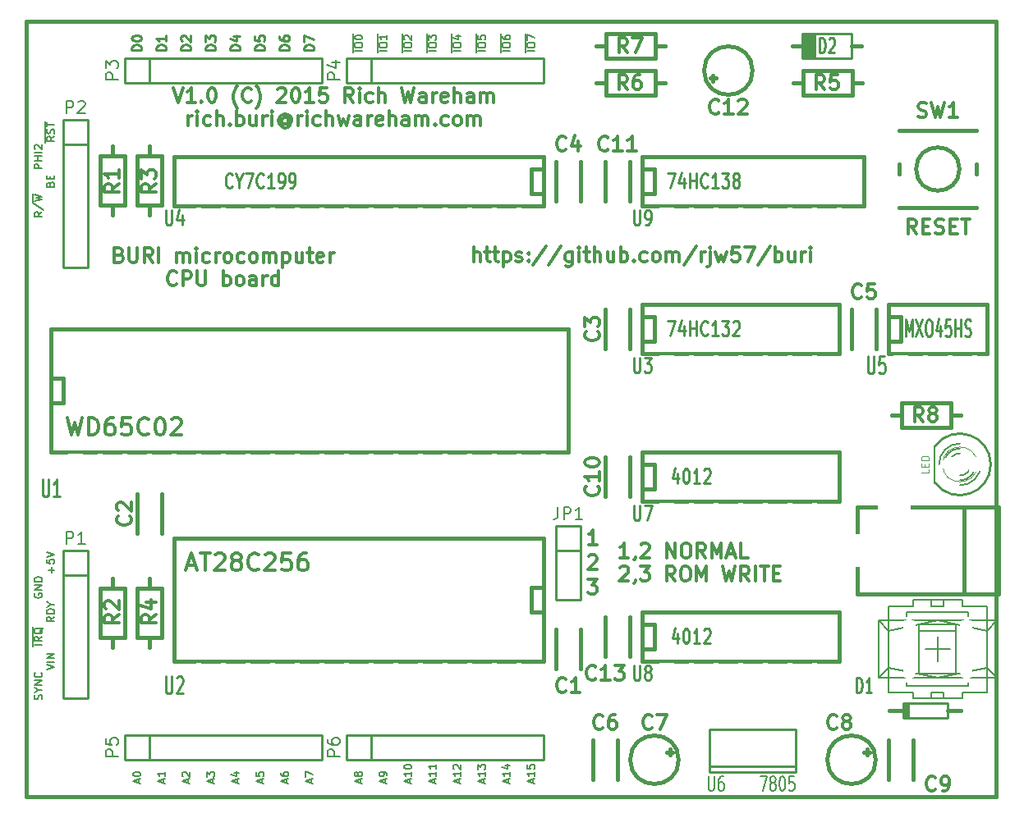
<source format=gto>
%FSLAX34Y34*%
G04 Gerber Fmt 3.4, Leading zero omitted, Abs format*
G04 (created by PCBNEW (2014-jan-25)-product) date Wed 15 Apr 2015 09:56:20 BST*
%MOIN*%
G01*
G70*
G90*
G04 APERTURE LIST*
%ADD10C,0.005906*%
%ADD11C,0.007874*%
%ADD12C,0.011811*%
%ADD13C,0.009843*%
%ADD14C,0.015000*%
%ADD15C,0.010000*%
%ADD16C,0.008000*%
%ADD17C,0.003000*%
%ADD18C,0.006000*%
%ADD19C,0.012000*%
%ADD20C,0.011250*%
%ADD21C,0.003500*%
%ADD22C,0.059100*%
%ADD23C,0.058300*%
%ADD24C,0.066900*%
%ADD25R,0.066900X0.066900*%
%ADD26R,0.080000X0.068000*%
%ADD27O,0.080000X0.068000*%
%ADD28C,0.078700*%
%ADD29R,0.078700X0.078700*%
%ADD30R,0.068000X0.080000*%
%ADD31O,0.068000X0.080000*%
%ADD32R,0.137800X0.137800*%
%ADD33R,0.062000X0.090000*%
%ADD34O,0.062000X0.090000*%
%ADD35C,0.070000*%
%ADD36R,0.070000X0.070000*%
%ADD37C,0.066000*%
%ADD38O,0.052000X0.052000*%
%ADD39C,0.137800*%
G04 APERTURE END LIST*
G54D10*
G54D11*
X35142Y-34247D02*
X34992Y-34352D01*
X35142Y-34427D02*
X34827Y-34427D01*
X34827Y-34307D01*
X34842Y-34277D01*
X34857Y-34262D01*
X34887Y-34247D01*
X34932Y-34247D01*
X34962Y-34262D01*
X34977Y-34277D01*
X34992Y-34307D01*
X34992Y-34427D01*
X34812Y-33887D02*
X35217Y-34157D01*
X34827Y-33812D02*
X35142Y-33737D01*
X34917Y-33677D01*
X35142Y-33617D01*
X34827Y-33542D01*
X34773Y-33857D02*
X34773Y-33497D01*
G54D12*
X57303Y-49176D02*
X57668Y-49176D01*
X57471Y-49401D01*
X57556Y-49401D01*
X57612Y-49429D01*
X57640Y-49457D01*
X57668Y-49514D01*
X57668Y-49654D01*
X57640Y-49710D01*
X57612Y-49739D01*
X57556Y-49767D01*
X57387Y-49767D01*
X57331Y-49739D01*
X57303Y-49710D01*
X57668Y-47767D02*
X57331Y-47767D01*
X57500Y-47767D02*
X57500Y-47176D01*
X57443Y-47260D01*
X57387Y-47317D01*
X57331Y-47345D01*
X57331Y-48232D02*
X57359Y-48204D01*
X57415Y-48176D01*
X57556Y-48176D01*
X57612Y-48204D01*
X57640Y-48232D01*
X57668Y-48289D01*
X57668Y-48345D01*
X57640Y-48429D01*
X57303Y-48767D01*
X57668Y-48767D01*
X58949Y-48294D02*
X58612Y-48294D01*
X58781Y-48294D02*
X58781Y-47704D01*
X58724Y-47788D01*
X58668Y-47844D01*
X58612Y-47872D01*
X59231Y-48266D02*
X59231Y-48294D01*
X59203Y-48350D01*
X59174Y-48379D01*
X59456Y-47760D02*
X59484Y-47732D01*
X59540Y-47704D01*
X59681Y-47704D01*
X59737Y-47732D01*
X59765Y-47760D01*
X59793Y-47816D01*
X59793Y-47872D01*
X59765Y-47957D01*
X59428Y-48294D01*
X59793Y-48294D01*
X60496Y-48294D02*
X60496Y-47704D01*
X60834Y-48294D01*
X60834Y-47704D01*
X61227Y-47704D02*
X61340Y-47704D01*
X61396Y-47732D01*
X61452Y-47788D01*
X61480Y-47901D01*
X61480Y-48097D01*
X61452Y-48210D01*
X61396Y-48266D01*
X61340Y-48294D01*
X61227Y-48294D01*
X61171Y-48266D01*
X61115Y-48210D01*
X61087Y-48097D01*
X61087Y-47901D01*
X61115Y-47788D01*
X61171Y-47732D01*
X61227Y-47704D01*
X62071Y-48294D02*
X61874Y-48013D01*
X61733Y-48294D02*
X61733Y-47704D01*
X61958Y-47704D01*
X62015Y-47732D01*
X62043Y-47760D01*
X62071Y-47816D01*
X62071Y-47901D01*
X62043Y-47957D01*
X62015Y-47985D01*
X61958Y-48013D01*
X61733Y-48013D01*
X62324Y-48294D02*
X62324Y-47704D01*
X62521Y-48125D01*
X62718Y-47704D01*
X62718Y-48294D01*
X62971Y-48125D02*
X63252Y-48125D01*
X62915Y-48294D02*
X63111Y-47704D01*
X63308Y-48294D01*
X63786Y-48294D02*
X63505Y-48294D01*
X63505Y-47704D01*
X58612Y-48705D02*
X58640Y-48677D01*
X58696Y-48649D01*
X58837Y-48649D01*
X58893Y-48677D01*
X58921Y-48705D01*
X58949Y-48761D01*
X58949Y-48817D01*
X58921Y-48902D01*
X58584Y-49239D01*
X58949Y-49239D01*
X59231Y-49211D02*
X59231Y-49239D01*
X59203Y-49295D01*
X59174Y-49323D01*
X59428Y-48649D02*
X59793Y-48649D01*
X59596Y-48874D01*
X59681Y-48874D01*
X59737Y-48902D01*
X59765Y-48930D01*
X59793Y-48986D01*
X59793Y-49127D01*
X59765Y-49183D01*
X59737Y-49211D01*
X59681Y-49239D01*
X59512Y-49239D01*
X59456Y-49211D01*
X59428Y-49183D01*
X60834Y-49239D02*
X60637Y-48958D01*
X60496Y-49239D02*
X60496Y-48649D01*
X60721Y-48649D01*
X60777Y-48677D01*
X60805Y-48705D01*
X60834Y-48761D01*
X60834Y-48845D01*
X60805Y-48902D01*
X60777Y-48930D01*
X60721Y-48958D01*
X60496Y-48958D01*
X61199Y-48649D02*
X61312Y-48649D01*
X61368Y-48677D01*
X61424Y-48733D01*
X61452Y-48845D01*
X61452Y-49042D01*
X61424Y-49155D01*
X61368Y-49211D01*
X61312Y-49239D01*
X61199Y-49239D01*
X61143Y-49211D01*
X61087Y-49155D01*
X61059Y-49042D01*
X61059Y-48845D01*
X61087Y-48733D01*
X61143Y-48677D01*
X61199Y-48649D01*
X61705Y-49239D02*
X61705Y-48649D01*
X61902Y-49070D01*
X62099Y-48649D01*
X62099Y-49239D01*
X62774Y-48649D02*
X62915Y-49239D01*
X63027Y-48817D01*
X63140Y-49239D01*
X63280Y-48649D01*
X63843Y-49239D02*
X63646Y-48958D01*
X63505Y-49239D02*
X63505Y-48649D01*
X63730Y-48649D01*
X63786Y-48677D01*
X63814Y-48705D01*
X63843Y-48761D01*
X63843Y-48845D01*
X63814Y-48902D01*
X63786Y-48930D01*
X63730Y-48958D01*
X63505Y-48958D01*
X64096Y-49239D02*
X64096Y-48649D01*
X64293Y-48649D02*
X64630Y-48649D01*
X64461Y-49239D02*
X64461Y-48649D01*
X64827Y-48930D02*
X65024Y-48930D01*
X65108Y-49239D02*
X64827Y-49239D01*
X64827Y-48649D01*
X65108Y-48649D01*
G54D11*
X55052Y-57440D02*
X55052Y-57290D01*
X55142Y-57470D02*
X54827Y-57365D01*
X55142Y-57260D01*
X55142Y-56990D02*
X55142Y-57170D01*
X55142Y-57080D02*
X54827Y-57080D01*
X54872Y-57110D01*
X54902Y-57140D01*
X54917Y-57170D01*
X54827Y-56705D02*
X54827Y-56855D01*
X54977Y-56870D01*
X54962Y-56855D01*
X54947Y-56825D01*
X54947Y-56750D01*
X54962Y-56720D01*
X54977Y-56705D01*
X55007Y-56690D01*
X55082Y-56690D01*
X55112Y-56705D01*
X55127Y-56720D01*
X55142Y-56750D01*
X55142Y-56825D01*
X55127Y-56855D01*
X55112Y-56870D01*
X53052Y-57440D02*
X53052Y-57290D01*
X53142Y-57470D02*
X52827Y-57365D01*
X53142Y-57260D01*
X53142Y-56990D02*
X53142Y-57170D01*
X53142Y-57080D02*
X52827Y-57080D01*
X52872Y-57110D01*
X52902Y-57140D01*
X52917Y-57170D01*
X52827Y-56885D02*
X52827Y-56690D01*
X52947Y-56795D01*
X52947Y-56750D01*
X52962Y-56720D01*
X52977Y-56705D01*
X53007Y-56690D01*
X53082Y-56690D01*
X53112Y-56705D01*
X53127Y-56720D01*
X53142Y-56750D01*
X53142Y-56840D01*
X53127Y-56870D01*
X53112Y-56885D01*
X52052Y-57440D02*
X52052Y-57290D01*
X52142Y-57470D02*
X51827Y-57365D01*
X52142Y-57260D01*
X52142Y-56990D02*
X52142Y-57170D01*
X52142Y-57080D02*
X51827Y-57080D01*
X51872Y-57110D01*
X51902Y-57140D01*
X51917Y-57170D01*
X51857Y-56870D02*
X51842Y-56855D01*
X51827Y-56825D01*
X51827Y-56750D01*
X51842Y-56720D01*
X51857Y-56705D01*
X51887Y-56690D01*
X51917Y-56690D01*
X51962Y-56705D01*
X52142Y-56885D01*
X52142Y-56690D01*
X51052Y-57440D02*
X51052Y-57290D01*
X51142Y-57470D02*
X50827Y-57365D01*
X51142Y-57260D01*
X51142Y-56990D02*
X51142Y-57170D01*
X51142Y-57080D02*
X50827Y-57080D01*
X50872Y-57110D01*
X50902Y-57140D01*
X50917Y-57170D01*
X51142Y-56690D02*
X51142Y-56870D01*
X51142Y-56780D02*
X50827Y-56780D01*
X50872Y-56810D01*
X50902Y-56840D01*
X50917Y-56870D01*
X50052Y-57440D02*
X50052Y-57290D01*
X50142Y-57470D02*
X49827Y-57365D01*
X50142Y-57260D01*
X50142Y-56990D02*
X50142Y-57170D01*
X50142Y-57080D02*
X49827Y-57080D01*
X49872Y-57110D01*
X49902Y-57140D01*
X49917Y-57170D01*
X49827Y-56795D02*
X49827Y-56765D01*
X49842Y-56735D01*
X49857Y-56720D01*
X49887Y-56705D01*
X49947Y-56690D01*
X50022Y-56690D01*
X50082Y-56705D01*
X50112Y-56720D01*
X50127Y-56735D01*
X50142Y-56765D01*
X50142Y-56795D01*
X50127Y-56825D01*
X50112Y-56840D01*
X50082Y-56855D01*
X50022Y-56870D01*
X49947Y-56870D01*
X49887Y-56855D01*
X49857Y-56840D01*
X49842Y-56825D01*
X49827Y-56795D01*
X49052Y-57440D02*
X49052Y-57290D01*
X49142Y-57470D02*
X48827Y-57365D01*
X49142Y-57260D01*
X49142Y-57140D02*
X49142Y-57080D01*
X49127Y-57050D01*
X49112Y-57035D01*
X49067Y-57005D01*
X49007Y-56990D01*
X48887Y-56990D01*
X48857Y-57005D01*
X48842Y-57020D01*
X48827Y-57050D01*
X48827Y-57110D01*
X48842Y-57140D01*
X48857Y-57155D01*
X48887Y-57170D01*
X48962Y-57170D01*
X48992Y-57155D01*
X49007Y-57140D01*
X49022Y-57110D01*
X49022Y-57050D01*
X49007Y-57020D01*
X48992Y-57005D01*
X48962Y-56990D01*
X48052Y-57440D02*
X48052Y-57290D01*
X48142Y-57470D02*
X47827Y-57365D01*
X48142Y-57260D01*
X47962Y-57110D02*
X47947Y-57140D01*
X47932Y-57155D01*
X47902Y-57170D01*
X47887Y-57170D01*
X47857Y-57155D01*
X47842Y-57140D01*
X47827Y-57110D01*
X47827Y-57050D01*
X47842Y-57020D01*
X47857Y-57005D01*
X47887Y-56990D01*
X47902Y-56990D01*
X47932Y-57005D01*
X47947Y-57020D01*
X47962Y-57050D01*
X47962Y-57110D01*
X47977Y-57140D01*
X47992Y-57155D01*
X48022Y-57170D01*
X48082Y-57170D01*
X48112Y-57155D01*
X48127Y-57140D01*
X48142Y-57110D01*
X48142Y-57050D01*
X48127Y-57020D01*
X48112Y-57005D01*
X48082Y-56990D01*
X48022Y-56990D01*
X47992Y-57005D01*
X47977Y-57020D01*
X47962Y-57050D01*
X54052Y-57440D02*
X54052Y-57290D01*
X54142Y-57470D02*
X53827Y-57365D01*
X54142Y-57260D01*
X54142Y-56990D02*
X54142Y-57170D01*
X54142Y-57080D02*
X53827Y-57080D01*
X53872Y-57110D01*
X53902Y-57140D01*
X53917Y-57170D01*
X53932Y-56720D02*
X54142Y-56720D01*
X53812Y-56795D02*
X54037Y-56870D01*
X54037Y-56675D01*
X46052Y-57440D02*
X46052Y-57290D01*
X46142Y-57470D02*
X45827Y-57365D01*
X46142Y-57260D01*
X45827Y-57185D02*
X45827Y-56975D01*
X46142Y-57110D01*
X45052Y-57440D02*
X45052Y-57290D01*
X45142Y-57470D02*
X44827Y-57365D01*
X45142Y-57260D01*
X44827Y-57020D02*
X44827Y-57080D01*
X44842Y-57110D01*
X44857Y-57125D01*
X44902Y-57155D01*
X44962Y-57170D01*
X45082Y-57170D01*
X45112Y-57155D01*
X45127Y-57140D01*
X45142Y-57110D01*
X45142Y-57050D01*
X45127Y-57020D01*
X45112Y-57005D01*
X45082Y-56990D01*
X45007Y-56990D01*
X44977Y-57005D01*
X44962Y-57020D01*
X44947Y-57050D01*
X44947Y-57110D01*
X44962Y-57140D01*
X44977Y-57155D01*
X45007Y-57170D01*
X44052Y-57440D02*
X44052Y-57290D01*
X44142Y-57470D02*
X43827Y-57365D01*
X44142Y-57260D01*
X43827Y-57005D02*
X43827Y-57155D01*
X43977Y-57170D01*
X43962Y-57155D01*
X43947Y-57125D01*
X43947Y-57050D01*
X43962Y-57020D01*
X43977Y-57005D01*
X44007Y-56990D01*
X44082Y-56990D01*
X44112Y-57005D01*
X44127Y-57020D01*
X44142Y-57050D01*
X44142Y-57125D01*
X44127Y-57155D01*
X44112Y-57170D01*
X43052Y-57440D02*
X43052Y-57290D01*
X43142Y-57470D02*
X42827Y-57365D01*
X43142Y-57260D01*
X42932Y-57020D02*
X43142Y-57020D01*
X42812Y-57095D02*
X43037Y-57170D01*
X43037Y-56975D01*
X42052Y-57440D02*
X42052Y-57290D01*
X42142Y-57470D02*
X41827Y-57365D01*
X42142Y-57260D01*
X41827Y-57185D02*
X41827Y-56990D01*
X41947Y-57095D01*
X41947Y-57050D01*
X41962Y-57020D01*
X41977Y-57005D01*
X42007Y-56990D01*
X42082Y-56990D01*
X42112Y-57005D01*
X42127Y-57020D01*
X42142Y-57050D01*
X42142Y-57140D01*
X42127Y-57170D01*
X42112Y-57185D01*
X41052Y-57440D02*
X41052Y-57290D01*
X41142Y-57470D02*
X40827Y-57365D01*
X41142Y-57260D01*
X40857Y-57170D02*
X40842Y-57155D01*
X40827Y-57125D01*
X40827Y-57050D01*
X40842Y-57020D01*
X40857Y-57005D01*
X40887Y-56990D01*
X40917Y-56990D01*
X40962Y-57005D01*
X41142Y-57185D01*
X41142Y-56990D01*
X40052Y-57440D02*
X40052Y-57290D01*
X40142Y-57470D02*
X39827Y-57365D01*
X40142Y-57260D01*
X40142Y-56990D02*
X40142Y-57170D01*
X40142Y-57080D02*
X39827Y-57080D01*
X39872Y-57110D01*
X39902Y-57140D01*
X39917Y-57170D01*
X39052Y-57440D02*
X39052Y-57290D01*
X39142Y-57470D02*
X38827Y-57365D01*
X39142Y-57260D01*
X38827Y-57095D02*
X38827Y-57065D01*
X38842Y-57035D01*
X38857Y-57020D01*
X38887Y-57005D01*
X38947Y-56990D01*
X39022Y-56990D01*
X39082Y-57005D01*
X39112Y-57020D01*
X39127Y-57035D01*
X39142Y-57065D01*
X39142Y-57095D01*
X39127Y-57125D01*
X39112Y-57140D01*
X39082Y-57155D01*
X39022Y-57170D01*
X38947Y-57170D01*
X38887Y-57155D01*
X38857Y-57140D01*
X38842Y-57125D01*
X38827Y-57095D01*
G54D13*
X39178Y-27674D02*
X38784Y-27674D01*
X38784Y-27581D01*
X38803Y-27524D01*
X38840Y-27487D01*
X38878Y-27468D01*
X38953Y-27449D01*
X39009Y-27449D01*
X39084Y-27468D01*
X39121Y-27487D01*
X39159Y-27524D01*
X39178Y-27581D01*
X39178Y-27674D01*
X38784Y-27206D02*
X38784Y-27168D01*
X38803Y-27131D01*
X38821Y-27112D01*
X38859Y-27093D01*
X38934Y-27074D01*
X39028Y-27074D01*
X39103Y-27093D01*
X39140Y-27112D01*
X39159Y-27131D01*
X39178Y-27168D01*
X39178Y-27206D01*
X39159Y-27243D01*
X39140Y-27262D01*
X39103Y-27281D01*
X39028Y-27299D01*
X38934Y-27299D01*
X38859Y-27281D01*
X38821Y-27262D01*
X38803Y-27243D01*
X38784Y-27206D01*
G54D12*
X52666Y-36267D02*
X52666Y-35676D01*
X52919Y-36267D02*
X52919Y-35957D01*
X52891Y-35901D01*
X52835Y-35873D01*
X52750Y-35873D01*
X52694Y-35901D01*
X52666Y-35929D01*
X53116Y-35873D02*
X53341Y-35873D01*
X53200Y-35676D02*
X53200Y-36182D01*
X53228Y-36239D01*
X53285Y-36267D01*
X53341Y-36267D01*
X53453Y-35873D02*
X53678Y-35873D01*
X53538Y-35676D02*
X53538Y-36182D01*
X53566Y-36239D01*
X53622Y-36267D01*
X53678Y-36267D01*
X53875Y-35873D02*
X53875Y-36464D01*
X53875Y-35901D02*
X53931Y-35873D01*
X54044Y-35873D01*
X54100Y-35901D01*
X54128Y-35929D01*
X54156Y-35985D01*
X54156Y-36154D01*
X54128Y-36210D01*
X54100Y-36239D01*
X54044Y-36267D01*
X53931Y-36267D01*
X53875Y-36239D01*
X54381Y-36239D02*
X54438Y-36267D01*
X54550Y-36267D01*
X54606Y-36239D01*
X54634Y-36182D01*
X54634Y-36154D01*
X54606Y-36098D01*
X54550Y-36070D01*
X54466Y-36070D01*
X54410Y-36042D01*
X54381Y-35985D01*
X54381Y-35957D01*
X54410Y-35901D01*
X54466Y-35873D01*
X54550Y-35873D01*
X54606Y-35901D01*
X54888Y-36210D02*
X54916Y-36239D01*
X54888Y-36267D01*
X54859Y-36239D01*
X54888Y-36210D01*
X54888Y-36267D01*
X54888Y-35901D02*
X54916Y-35929D01*
X54888Y-35957D01*
X54859Y-35929D01*
X54888Y-35901D01*
X54888Y-35957D01*
X55591Y-35648D02*
X55084Y-36407D01*
X56209Y-35648D02*
X55703Y-36407D01*
X56659Y-35873D02*
X56659Y-36351D01*
X56631Y-36407D01*
X56603Y-36435D01*
X56547Y-36464D01*
X56462Y-36464D01*
X56406Y-36435D01*
X56659Y-36239D02*
X56603Y-36267D01*
X56491Y-36267D01*
X56434Y-36239D01*
X56406Y-36210D01*
X56378Y-36154D01*
X56378Y-35985D01*
X56406Y-35929D01*
X56434Y-35901D01*
X56491Y-35873D01*
X56603Y-35873D01*
X56659Y-35901D01*
X56940Y-36267D02*
X56940Y-35873D01*
X56940Y-35676D02*
X56912Y-35704D01*
X56940Y-35732D01*
X56969Y-35704D01*
X56940Y-35676D01*
X56940Y-35732D01*
X57137Y-35873D02*
X57362Y-35873D01*
X57222Y-35676D02*
X57222Y-36182D01*
X57250Y-36239D01*
X57306Y-36267D01*
X57362Y-36267D01*
X57559Y-36267D02*
X57559Y-35676D01*
X57812Y-36267D02*
X57812Y-35957D01*
X57784Y-35901D01*
X57728Y-35873D01*
X57643Y-35873D01*
X57587Y-35901D01*
X57559Y-35929D01*
X58347Y-35873D02*
X58347Y-36267D01*
X58093Y-35873D02*
X58093Y-36182D01*
X58122Y-36239D01*
X58178Y-36267D01*
X58262Y-36267D01*
X58318Y-36239D01*
X58347Y-36210D01*
X58628Y-36267D02*
X58628Y-35676D01*
X58628Y-35901D02*
X58684Y-35873D01*
X58796Y-35873D01*
X58853Y-35901D01*
X58881Y-35929D01*
X58909Y-35985D01*
X58909Y-36154D01*
X58881Y-36210D01*
X58853Y-36239D01*
X58796Y-36267D01*
X58684Y-36267D01*
X58628Y-36239D01*
X59162Y-36210D02*
X59190Y-36239D01*
X59162Y-36267D01*
X59134Y-36239D01*
X59162Y-36210D01*
X59162Y-36267D01*
X59696Y-36239D02*
X59640Y-36267D01*
X59528Y-36267D01*
X59471Y-36239D01*
X59443Y-36210D01*
X59415Y-36154D01*
X59415Y-35985D01*
X59443Y-35929D01*
X59471Y-35901D01*
X59528Y-35873D01*
X59640Y-35873D01*
X59696Y-35901D01*
X60034Y-36267D02*
X59978Y-36239D01*
X59949Y-36210D01*
X59921Y-36154D01*
X59921Y-35985D01*
X59949Y-35929D01*
X59978Y-35901D01*
X60034Y-35873D01*
X60118Y-35873D01*
X60174Y-35901D01*
X60203Y-35929D01*
X60231Y-35985D01*
X60231Y-36154D01*
X60203Y-36210D01*
X60174Y-36239D01*
X60118Y-36267D01*
X60034Y-36267D01*
X60484Y-36267D02*
X60484Y-35873D01*
X60484Y-35929D02*
X60512Y-35901D01*
X60568Y-35873D01*
X60652Y-35873D01*
X60709Y-35901D01*
X60737Y-35957D01*
X60737Y-36267D01*
X60737Y-35957D02*
X60765Y-35901D01*
X60821Y-35873D01*
X60906Y-35873D01*
X60962Y-35901D01*
X60990Y-35957D01*
X60990Y-36267D01*
X61693Y-35648D02*
X61187Y-36407D01*
X61890Y-36267D02*
X61890Y-35873D01*
X61890Y-35985D02*
X61918Y-35929D01*
X61946Y-35901D01*
X62002Y-35873D01*
X62059Y-35873D01*
X62255Y-35873D02*
X62255Y-36379D01*
X62227Y-36435D01*
X62171Y-36464D01*
X62143Y-36464D01*
X62255Y-35676D02*
X62227Y-35704D01*
X62255Y-35732D01*
X62284Y-35704D01*
X62255Y-35676D01*
X62255Y-35732D01*
X62480Y-35873D02*
X62593Y-36267D01*
X62705Y-35985D01*
X62818Y-36267D01*
X62930Y-35873D01*
X63437Y-35676D02*
X63155Y-35676D01*
X63127Y-35957D01*
X63155Y-35929D01*
X63212Y-35901D01*
X63352Y-35901D01*
X63408Y-35929D01*
X63437Y-35957D01*
X63465Y-36014D01*
X63465Y-36154D01*
X63437Y-36210D01*
X63408Y-36239D01*
X63352Y-36267D01*
X63212Y-36267D01*
X63155Y-36239D01*
X63127Y-36210D01*
X63661Y-35676D02*
X64055Y-35676D01*
X63802Y-36267D01*
X64702Y-35648D02*
X64196Y-36407D01*
X64899Y-36267D02*
X64899Y-35676D01*
X64899Y-35901D02*
X64955Y-35873D01*
X65068Y-35873D01*
X65124Y-35901D01*
X65152Y-35929D01*
X65180Y-35985D01*
X65180Y-36154D01*
X65152Y-36210D01*
X65124Y-36239D01*
X65068Y-36267D01*
X64955Y-36267D01*
X64899Y-36239D01*
X65686Y-35873D02*
X65686Y-36267D01*
X65433Y-35873D02*
X65433Y-36182D01*
X65461Y-36239D01*
X65517Y-36267D01*
X65602Y-36267D01*
X65658Y-36239D01*
X65686Y-36210D01*
X65967Y-36267D02*
X65967Y-35873D01*
X65967Y-35985D02*
X65996Y-35929D01*
X66024Y-35901D01*
X66080Y-35873D01*
X66136Y-35873D01*
X66333Y-36267D02*
X66333Y-35873D01*
X66333Y-35676D02*
X66305Y-35704D01*
X66333Y-35732D01*
X66361Y-35704D01*
X66333Y-35676D01*
X66333Y-35732D01*
X38281Y-35985D02*
X38366Y-36013D01*
X38394Y-36041D01*
X38422Y-36097D01*
X38422Y-36182D01*
X38394Y-36238D01*
X38366Y-36266D01*
X38309Y-36294D01*
X38084Y-36294D01*
X38084Y-35704D01*
X38281Y-35704D01*
X38338Y-35732D01*
X38366Y-35760D01*
X38394Y-35816D01*
X38394Y-35872D01*
X38366Y-35929D01*
X38338Y-35957D01*
X38281Y-35985D01*
X38084Y-35985D01*
X38675Y-35704D02*
X38675Y-36182D01*
X38703Y-36238D01*
X38731Y-36266D01*
X38787Y-36294D01*
X38900Y-36294D01*
X38956Y-36266D01*
X38984Y-36238D01*
X39012Y-36182D01*
X39012Y-35704D01*
X39631Y-36294D02*
X39434Y-36013D01*
X39294Y-36294D02*
X39294Y-35704D01*
X39519Y-35704D01*
X39575Y-35732D01*
X39603Y-35760D01*
X39631Y-35816D01*
X39631Y-35901D01*
X39603Y-35957D01*
X39575Y-35985D01*
X39519Y-36013D01*
X39294Y-36013D01*
X39884Y-36294D02*
X39884Y-35704D01*
X40615Y-36294D02*
X40615Y-35901D01*
X40615Y-35957D02*
X40643Y-35929D01*
X40700Y-35901D01*
X40784Y-35901D01*
X40840Y-35929D01*
X40868Y-35985D01*
X40868Y-36294D01*
X40868Y-35985D02*
X40897Y-35929D01*
X40953Y-35901D01*
X41037Y-35901D01*
X41093Y-35929D01*
X41122Y-35985D01*
X41122Y-36294D01*
X41403Y-36294D02*
X41403Y-35901D01*
X41403Y-35704D02*
X41375Y-35732D01*
X41403Y-35760D01*
X41431Y-35732D01*
X41403Y-35704D01*
X41403Y-35760D01*
X41937Y-36266D02*
X41881Y-36294D01*
X41768Y-36294D01*
X41712Y-36266D01*
X41684Y-36238D01*
X41656Y-36182D01*
X41656Y-36013D01*
X41684Y-35957D01*
X41712Y-35929D01*
X41768Y-35901D01*
X41881Y-35901D01*
X41937Y-35929D01*
X42190Y-36294D02*
X42190Y-35901D01*
X42190Y-36013D02*
X42218Y-35957D01*
X42246Y-35929D01*
X42303Y-35901D01*
X42359Y-35901D01*
X42640Y-36294D02*
X42584Y-36266D01*
X42556Y-36238D01*
X42528Y-36182D01*
X42528Y-36013D01*
X42556Y-35957D01*
X42584Y-35929D01*
X42640Y-35901D01*
X42724Y-35901D01*
X42781Y-35929D01*
X42809Y-35957D01*
X42837Y-36013D01*
X42837Y-36182D01*
X42809Y-36238D01*
X42781Y-36266D01*
X42724Y-36294D01*
X42640Y-36294D01*
X43343Y-36266D02*
X43287Y-36294D01*
X43174Y-36294D01*
X43118Y-36266D01*
X43090Y-36238D01*
X43062Y-36182D01*
X43062Y-36013D01*
X43090Y-35957D01*
X43118Y-35929D01*
X43174Y-35901D01*
X43287Y-35901D01*
X43343Y-35929D01*
X43681Y-36294D02*
X43624Y-36266D01*
X43596Y-36238D01*
X43568Y-36182D01*
X43568Y-36013D01*
X43596Y-35957D01*
X43624Y-35929D01*
X43681Y-35901D01*
X43765Y-35901D01*
X43821Y-35929D01*
X43849Y-35957D01*
X43877Y-36013D01*
X43877Y-36182D01*
X43849Y-36238D01*
X43821Y-36266D01*
X43765Y-36294D01*
X43681Y-36294D01*
X44131Y-36294D02*
X44131Y-35901D01*
X44131Y-35957D02*
X44159Y-35929D01*
X44215Y-35901D01*
X44299Y-35901D01*
X44356Y-35929D01*
X44384Y-35985D01*
X44384Y-36294D01*
X44384Y-35985D02*
X44412Y-35929D01*
X44468Y-35901D01*
X44552Y-35901D01*
X44609Y-35929D01*
X44637Y-35985D01*
X44637Y-36294D01*
X44918Y-35901D02*
X44918Y-36491D01*
X44918Y-35929D02*
X44974Y-35901D01*
X45087Y-35901D01*
X45143Y-35929D01*
X45171Y-35957D01*
X45199Y-36013D01*
X45199Y-36182D01*
X45171Y-36238D01*
X45143Y-36266D01*
X45087Y-36294D01*
X44974Y-36294D01*
X44918Y-36266D01*
X45705Y-35901D02*
X45705Y-36294D01*
X45452Y-35901D02*
X45452Y-36210D01*
X45480Y-36266D01*
X45537Y-36294D01*
X45621Y-36294D01*
X45677Y-36266D01*
X45705Y-36238D01*
X45902Y-35901D02*
X46127Y-35901D01*
X45987Y-35704D02*
X45987Y-36210D01*
X46015Y-36266D01*
X46071Y-36294D01*
X46127Y-36294D01*
X46549Y-36266D02*
X46493Y-36294D01*
X46380Y-36294D01*
X46324Y-36266D01*
X46296Y-36210D01*
X46296Y-35985D01*
X46324Y-35929D01*
X46380Y-35901D01*
X46493Y-35901D01*
X46549Y-35929D01*
X46577Y-35985D01*
X46577Y-36041D01*
X46296Y-36097D01*
X46830Y-36294D02*
X46830Y-35901D01*
X46830Y-36013D02*
X46858Y-35957D01*
X46886Y-35929D01*
X46943Y-35901D01*
X46999Y-35901D01*
X40601Y-37183D02*
X40573Y-37211D01*
X40489Y-37239D01*
X40433Y-37239D01*
X40348Y-37211D01*
X40292Y-37155D01*
X40264Y-37098D01*
X40236Y-36986D01*
X40236Y-36902D01*
X40264Y-36789D01*
X40292Y-36733D01*
X40348Y-36677D01*
X40433Y-36649D01*
X40489Y-36649D01*
X40573Y-36677D01*
X40601Y-36705D01*
X40854Y-37239D02*
X40854Y-36649D01*
X41079Y-36649D01*
X41136Y-36677D01*
X41164Y-36705D01*
X41192Y-36761D01*
X41192Y-36845D01*
X41164Y-36902D01*
X41136Y-36930D01*
X41079Y-36958D01*
X40854Y-36958D01*
X41445Y-36649D02*
X41445Y-37127D01*
X41473Y-37183D01*
X41501Y-37211D01*
X41557Y-37239D01*
X41670Y-37239D01*
X41726Y-37211D01*
X41754Y-37183D01*
X41782Y-37127D01*
X41782Y-36649D01*
X42514Y-37239D02*
X42514Y-36649D01*
X42514Y-36874D02*
X42570Y-36845D01*
X42682Y-36845D01*
X42739Y-36874D01*
X42767Y-36902D01*
X42795Y-36958D01*
X42795Y-37127D01*
X42767Y-37183D01*
X42739Y-37211D01*
X42682Y-37239D01*
X42570Y-37239D01*
X42514Y-37211D01*
X43132Y-37239D02*
X43076Y-37211D01*
X43048Y-37183D01*
X43020Y-37127D01*
X43020Y-36958D01*
X43048Y-36902D01*
X43076Y-36874D01*
X43132Y-36845D01*
X43217Y-36845D01*
X43273Y-36874D01*
X43301Y-36902D01*
X43329Y-36958D01*
X43329Y-37127D01*
X43301Y-37183D01*
X43273Y-37211D01*
X43217Y-37239D01*
X43132Y-37239D01*
X43835Y-37239D02*
X43835Y-36930D01*
X43807Y-36874D01*
X43751Y-36845D01*
X43638Y-36845D01*
X43582Y-36874D01*
X43835Y-37211D02*
X43779Y-37239D01*
X43638Y-37239D01*
X43582Y-37211D01*
X43554Y-37155D01*
X43554Y-37098D01*
X43582Y-37042D01*
X43638Y-37014D01*
X43779Y-37014D01*
X43835Y-36986D01*
X44116Y-37239D02*
X44116Y-36845D01*
X44116Y-36958D02*
X44145Y-36902D01*
X44173Y-36874D01*
X44229Y-36845D01*
X44285Y-36845D01*
X44735Y-37239D02*
X44735Y-36649D01*
X44735Y-37211D02*
X44679Y-37239D01*
X44566Y-37239D01*
X44510Y-37211D01*
X44482Y-37183D01*
X44454Y-37127D01*
X44454Y-36958D01*
X44482Y-36902D01*
X44510Y-36874D01*
X44566Y-36845D01*
X44679Y-36845D01*
X44735Y-36874D01*
X40461Y-29204D02*
X40658Y-29794D01*
X40855Y-29204D01*
X41361Y-29794D02*
X41024Y-29794D01*
X41192Y-29794D02*
X41192Y-29204D01*
X41136Y-29288D01*
X41080Y-29344D01*
X41024Y-29372D01*
X41614Y-29738D02*
X41642Y-29766D01*
X41614Y-29794D01*
X41586Y-29766D01*
X41614Y-29738D01*
X41614Y-29794D01*
X42008Y-29204D02*
X42064Y-29204D01*
X42120Y-29232D01*
X42149Y-29260D01*
X42177Y-29316D01*
X42205Y-29429D01*
X42205Y-29569D01*
X42177Y-29682D01*
X42149Y-29738D01*
X42120Y-29766D01*
X42064Y-29794D01*
X42008Y-29794D01*
X41952Y-29766D01*
X41924Y-29738D01*
X41895Y-29682D01*
X41867Y-29569D01*
X41867Y-29429D01*
X41895Y-29316D01*
X41924Y-29260D01*
X41952Y-29232D01*
X42008Y-29204D01*
X43077Y-30019D02*
X43048Y-29991D01*
X42992Y-29907D01*
X42964Y-29850D01*
X42936Y-29766D01*
X42908Y-29625D01*
X42908Y-29513D01*
X42936Y-29372D01*
X42964Y-29288D01*
X42992Y-29232D01*
X43048Y-29147D01*
X43077Y-29119D01*
X43639Y-29738D02*
X43611Y-29766D01*
X43526Y-29794D01*
X43470Y-29794D01*
X43386Y-29766D01*
X43330Y-29710D01*
X43302Y-29654D01*
X43273Y-29541D01*
X43273Y-29457D01*
X43302Y-29344D01*
X43330Y-29288D01*
X43386Y-29232D01*
X43470Y-29204D01*
X43526Y-29204D01*
X43611Y-29232D01*
X43639Y-29260D01*
X43836Y-30019D02*
X43864Y-29991D01*
X43920Y-29907D01*
X43948Y-29850D01*
X43976Y-29766D01*
X44005Y-29625D01*
X44005Y-29513D01*
X43976Y-29372D01*
X43948Y-29288D01*
X43920Y-29232D01*
X43864Y-29147D01*
X43836Y-29119D01*
X44708Y-29260D02*
X44736Y-29232D01*
X44792Y-29204D01*
X44933Y-29204D01*
X44989Y-29232D01*
X45017Y-29260D01*
X45045Y-29316D01*
X45045Y-29372D01*
X45017Y-29457D01*
X44679Y-29794D01*
X45045Y-29794D01*
X45411Y-29204D02*
X45467Y-29204D01*
X45523Y-29232D01*
X45551Y-29260D01*
X45579Y-29316D01*
X45607Y-29429D01*
X45607Y-29569D01*
X45579Y-29682D01*
X45551Y-29738D01*
X45523Y-29766D01*
X45467Y-29794D01*
X45411Y-29794D01*
X45354Y-29766D01*
X45326Y-29738D01*
X45298Y-29682D01*
X45270Y-29569D01*
X45270Y-29429D01*
X45298Y-29316D01*
X45326Y-29260D01*
X45354Y-29232D01*
X45411Y-29204D01*
X46170Y-29794D02*
X45832Y-29794D01*
X46001Y-29794D02*
X46001Y-29204D01*
X45945Y-29288D01*
X45889Y-29344D01*
X45832Y-29372D01*
X46704Y-29204D02*
X46423Y-29204D01*
X46395Y-29485D01*
X46423Y-29457D01*
X46479Y-29429D01*
X46620Y-29429D01*
X46676Y-29457D01*
X46704Y-29485D01*
X46732Y-29541D01*
X46732Y-29682D01*
X46704Y-29738D01*
X46676Y-29766D01*
X46620Y-29794D01*
X46479Y-29794D01*
X46423Y-29766D01*
X46395Y-29738D01*
X47773Y-29794D02*
X47576Y-29513D01*
X47435Y-29794D02*
X47435Y-29204D01*
X47660Y-29204D01*
X47717Y-29232D01*
X47745Y-29260D01*
X47773Y-29316D01*
X47773Y-29401D01*
X47745Y-29457D01*
X47717Y-29485D01*
X47660Y-29513D01*
X47435Y-29513D01*
X48026Y-29794D02*
X48026Y-29401D01*
X48026Y-29204D02*
X47998Y-29232D01*
X48026Y-29260D01*
X48054Y-29232D01*
X48026Y-29204D01*
X48026Y-29260D01*
X48560Y-29766D02*
X48504Y-29794D01*
X48392Y-29794D01*
X48335Y-29766D01*
X48307Y-29738D01*
X48279Y-29682D01*
X48279Y-29513D01*
X48307Y-29457D01*
X48335Y-29429D01*
X48392Y-29401D01*
X48504Y-29401D01*
X48560Y-29429D01*
X48813Y-29794D02*
X48813Y-29204D01*
X49066Y-29794D02*
X49066Y-29485D01*
X49038Y-29429D01*
X48982Y-29401D01*
X48898Y-29401D01*
X48841Y-29429D01*
X48813Y-29457D01*
X49741Y-29204D02*
X49882Y-29794D01*
X49994Y-29372D01*
X50107Y-29794D01*
X50248Y-29204D01*
X50726Y-29794D02*
X50726Y-29485D01*
X50697Y-29429D01*
X50641Y-29401D01*
X50529Y-29401D01*
X50473Y-29429D01*
X50726Y-29766D02*
X50669Y-29794D01*
X50529Y-29794D01*
X50473Y-29766D01*
X50444Y-29710D01*
X50444Y-29654D01*
X50473Y-29597D01*
X50529Y-29569D01*
X50669Y-29569D01*
X50726Y-29541D01*
X51007Y-29794D02*
X51007Y-29401D01*
X51007Y-29513D02*
X51035Y-29457D01*
X51063Y-29429D01*
X51119Y-29401D01*
X51176Y-29401D01*
X51597Y-29766D02*
X51541Y-29794D01*
X51429Y-29794D01*
X51372Y-29766D01*
X51344Y-29710D01*
X51344Y-29485D01*
X51372Y-29429D01*
X51429Y-29401D01*
X51541Y-29401D01*
X51597Y-29429D01*
X51625Y-29485D01*
X51625Y-29541D01*
X51344Y-29597D01*
X51879Y-29794D02*
X51879Y-29204D01*
X52132Y-29794D02*
X52132Y-29485D01*
X52104Y-29429D01*
X52047Y-29401D01*
X51963Y-29401D01*
X51907Y-29429D01*
X51879Y-29457D01*
X52666Y-29794D02*
X52666Y-29485D01*
X52638Y-29429D01*
X52582Y-29401D01*
X52469Y-29401D01*
X52413Y-29429D01*
X52666Y-29766D02*
X52610Y-29794D01*
X52469Y-29794D01*
X52413Y-29766D01*
X52385Y-29710D01*
X52385Y-29654D01*
X52413Y-29597D01*
X52469Y-29569D01*
X52610Y-29569D01*
X52666Y-29541D01*
X52947Y-29794D02*
X52947Y-29401D01*
X52947Y-29457D02*
X52975Y-29429D01*
X53032Y-29401D01*
X53116Y-29401D01*
X53172Y-29429D01*
X53200Y-29485D01*
X53200Y-29794D01*
X53200Y-29485D02*
X53228Y-29429D01*
X53285Y-29401D01*
X53369Y-29401D01*
X53425Y-29429D01*
X53453Y-29485D01*
X53453Y-29794D01*
X41080Y-30739D02*
X41080Y-30345D01*
X41080Y-30458D02*
X41108Y-30402D01*
X41136Y-30374D01*
X41192Y-30345D01*
X41249Y-30345D01*
X41446Y-30739D02*
X41446Y-30345D01*
X41446Y-30149D02*
X41417Y-30177D01*
X41446Y-30205D01*
X41474Y-30177D01*
X41446Y-30149D01*
X41446Y-30205D01*
X41980Y-30711D02*
X41924Y-30739D01*
X41811Y-30739D01*
X41755Y-30711D01*
X41727Y-30683D01*
X41699Y-30627D01*
X41699Y-30458D01*
X41727Y-30402D01*
X41755Y-30374D01*
X41811Y-30345D01*
X41924Y-30345D01*
X41980Y-30374D01*
X42233Y-30739D02*
X42233Y-30149D01*
X42486Y-30739D02*
X42486Y-30430D01*
X42458Y-30374D01*
X42402Y-30345D01*
X42317Y-30345D01*
X42261Y-30374D01*
X42233Y-30402D01*
X42767Y-30683D02*
X42795Y-30711D01*
X42767Y-30739D01*
X42739Y-30711D01*
X42767Y-30683D01*
X42767Y-30739D01*
X43048Y-30739D02*
X43048Y-30149D01*
X43048Y-30374D02*
X43105Y-30345D01*
X43217Y-30345D01*
X43273Y-30374D01*
X43302Y-30402D01*
X43330Y-30458D01*
X43330Y-30627D01*
X43302Y-30683D01*
X43273Y-30711D01*
X43217Y-30739D01*
X43105Y-30739D01*
X43048Y-30711D01*
X43836Y-30345D02*
X43836Y-30739D01*
X43583Y-30345D02*
X43583Y-30655D01*
X43611Y-30711D01*
X43667Y-30739D01*
X43751Y-30739D01*
X43808Y-30711D01*
X43836Y-30683D01*
X44117Y-30739D02*
X44117Y-30345D01*
X44117Y-30458D02*
X44145Y-30402D01*
X44173Y-30374D01*
X44230Y-30345D01*
X44286Y-30345D01*
X44483Y-30739D02*
X44483Y-30345D01*
X44483Y-30149D02*
X44455Y-30177D01*
X44483Y-30205D01*
X44511Y-30177D01*
X44483Y-30149D01*
X44483Y-30205D01*
X45129Y-30458D02*
X45101Y-30430D01*
X45045Y-30402D01*
X44989Y-30402D01*
X44933Y-30430D01*
X44904Y-30458D01*
X44876Y-30514D01*
X44876Y-30570D01*
X44904Y-30627D01*
X44933Y-30655D01*
X44989Y-30683D01*
X45045Y-30683D01*
X45101Y-30655D01*
X45129Y-30627D01*
X45129Y-30402D02*
X45129Y-30627D01*
X45158Y-30655D01*
X45186Y-30655D01*
X45242Y-30627D01*
X45270Y-30570D01*
X45270Y-30430D01*
X45214Y-30345D01*
X45129Y-30289D01*
X45017Y-30261D01*
X44904Y-30289D01*
X44820Y-30345D01*
X44764Y-30430D01*
X44736Y-30542D01*
X44764Y-30655D01*
X44820Y-30739D01*
X44904Y-30795D01*
X45017Y-30823D01*
X45129Y-30795D01*
X45214Y-30739D01*
X45523Y-30739D02*
X45523Y-30345D01*
X45523Y-30458D02*
X45551Y-30402D01*
X45579Y-30374D01*
X45636Y-30345D01*
X45692Y-30345D01*
X45889Y-30739D02*
X45889Y-30345D01*
X45889Y-30149D02*
X45861Y-30177D01*
X45889Y-30205D01*
X45917Y-30177D01*
X45889Y-30149D01*
X45889Y-30205D01*
X46423Y-30711D02*
X46367Y-30739D01*
X46254Y-30739D01*
X46198Y-30711D01*
X46170Y-30683D01*
X46142Y-30627D01*
X46142Y-30458D01*
X46170Y-30402D01*
X46198Y-30374D01*
X46254Y-30345D01*
X46367Y-30345D01*
X46423Y-30374D01*
X46676Y-30739D02*
X46676Y-30149D01*
X46929Y-30739D02*
X46929Y-30430D01*
X46901Y-30374D01*
X46845Y-30345D01*
X46760Y-30345D01*
X46704Y-30374D01*
X46676Y-30402D01*
X47154Y-30345D02*
X47267Y-30739D01*
X47379Y-30458D01*
X47492Y-30739D01*
X47604Y-30345D01*
X48082Y-30739D02*
X48082Y-30430D01*
X48054Y-30374D01*
X47998Y-30345D01*
X47885Y-30345D01*
X47829Y-30374D01*
X48082Y-30711D02*
X48026Y-30739D01*
X47885Y-30739D01*
X47829Y-30711D01*
X47801Y-30655D01*
X47801Y-30598D01*
X47829Y-30542D01*
X47885Y-30514D01*
X48026Y-30514D01*
X48082Y-30486D01*
X48363Y-30739D02*
X48363Y-30345D01*
X48363Y-30458D02*
X48392Y-30402D01*
X48420Y-30374D01*
X48476Y-30345D01*
X48532Y-30345D01*
X48954Y-30711D02*
X48898Y-30739D01*
X48785Y-30739D01*
X48729Y-30711D01*
X48701Y-30655D01*
X48701Y-30430D01*
X48729Y-30374D01*
X48785Y-30345D01*
X48898Y-30345D01*
X48954Y-30374D01*
X48982Y-30430D01*
X48982Y-30486D01*
X48701Y-30542D01*
X49235Y-30739D02*
X49235Y-30149D01*
X49488Y-30739D02*
X49488Y-30430D01*
X49460Y-30374D01*
X49404Y-30345D01*
X49320Y-30345D01*
X49263Y-30374D01*
X49235Y-30402D01*
X50023Y-30739D02*
X50023Y-30430D01*
X49994Y-30374D01*
X49938Y-30345D01*
X49826Y-30345D01*
X49769Y-30374D01*
X50023Y-30711D02*
X49966Y-30739D01*
X49826Y-30739D01*
X49769Y-30711D01*
X49741Y-30655D01*
X49741Y-30598D01*
X49769Y-30542D01*
X49826Y-30514D01*
X49966Y-30514D01*
X50023Y-30486D01*
X50304Y-30739D02*
X50304Y-30345D01*
X50304Y-30402D02*
X50332Y-30374D01*
X50388Y-30345D01*
X50473Y-30345D01*
X50529Y-30374D01*
X50557Y-30430D01*
X50557Y-30739D01*
X50557Y-30430D02*
X50585Y-30374D01*
X50641Y-30345D01*
X50726Y-30345D01*
X50782Y-30374D01*
X50810Y-30430D01*
X50810Y-30739D01*
X51091Y-30683D02*
X51119Y-30711D01*
X51091Y-30739D01*
X51063Y-30711D01*
X51091Y-30683D01*
X51091Y-30739D01*
X51625Y-30711D02*
X51569Y-30739D01*
X51457Y-30739D01*
X51401Y-30711D01*
X51372Y-30683D01*
X51344Y-30627D01*
X51344Y-30458D01*
X51372Y-30402D01*
X51401Y-30374D01*
X51457Y-30345D01*
X51569Y-30345D01*
X51625Y-30374D01*
X51963Y-30739D02*
X51907Y-30711D01*
X51879Y-30683D01*
X51850Y-30627D01*
X51850Y-30458D01*
X51879Y-30402D01*
X51907Y-30374D01*
X51963Y-30345D01*
X52047Y-30345D01*
X52104Y-30374D01*
X52132Y-30402D01*
X52160Y-30458D01*
X52160Y-30627D01*
X52132Y-30683D01*
X52104Y-30711D01*
X52047Y-30739D01*
X51963Y-30739D01*
X52413Y-30739D02*
X52413Y-30345D01*
X52413Y-30402D02*
X52441Y-30374D01*
X52497Y-30345D01*
X52582Y-30345D01*
X52638Y-30374D01*
X52666Y-30430D01*
X52666Y-30739D01*
X52666Y-30430D02*
X52694Y-30374D01*
X52750Y-30345D01*
X52835Y-30345D01*
X52891Y-30374D01*
X52919Y-30430D01*
X52919Y-30739D01*
G54D11*
X35127Y-54047D02*
X35142Y-54002D01*
X35142Y-53927D01*
X35127Y-53897D01*
X35112Y-53882D01*
X35082Y-53867D01*
X35052Y-53867D01*
X35022Y-53882D01*
X35007Y-53897D01*
X34992Y-53927D01*
X34977Y-53987D01*
X34962Y-54017D01*
X34947Y-54032D01*
X34917Y-54047D01*
X34887Y-54047D01*
X34857Y-54032D01*
X34842Y-54017D01*
X34827Y-53987D01*
X34827Y-53912D01*
X34842Y-53867D01*
X34992Y-53672D02*
X35142Y-53672D01*
X34827Y-53777D02*
X34992Y-53672D01*
X34827Y-53567D01*
X35142Y-53462D02*
X34827Y-53462D01*
X35142Y-53282D01*
X34827Y-53282D01*
X35112Y-52952D02*
X35127Y-52967D01*
X35142Y-53012D01*
X35142Y-53042D01*
X35127Y-53087D01*
X35097Y-53117D01*
X35067Y-53132D01*
X35007Y-53147D01*
X34962Y-53147D01*
X34902Y-53132D01*
X34872Y-53117D01*
X34842Y-53087D01*
X34827Y-53042D01*
X34827Y-53012D01*
X34842Y-52967D01*
X34857Y-52952D01*
X35327Y-52844D02*
X35642Y-52739D01*
X35327Y-52634D01*
X35642Y-52529D02*
X35327Y-52529D01*
X35642Y-52380D02*
X35327Y-52380D01*
X35642Y-52200D01*
X35327Y-52200D01*
X35142Y-51822D02*
X34827Y-51822D01*
X35142Y-51492D02*
X34992Y-51597D01*
X35142Y-51672D02*
X34827Y-51672D01*
X34827Y-51552D01*
X34842Y-51522D01*
X34857Y-51507D01*
X34887Y-51492D01*
X34932Y-51492D01*
X34962Y-51507D01*
X34977Y-51522D01*
X34992Y-51552D01*
X34992Y-51672D01*
X35172Y-51147D02*
X35157Y-51177D01*
X35127Y-51207D01*
X35082Y-51252D01*
X35067Y-51282D01*
X35067Y-51312D01*
X35142Y-51297D02*
X35127Y-51327D01*
X35097Y-51357D01*
X35037Y-51372D01*
X34932Y-51372D01*
X34872Y-51357D01*
X34842Y-51327D01*
X34827Y-51297D01*
X34827Y-51237D01*
X34842Y-51207D01*
X34872Y-51177D01*
X34932Y-51162D01*
X35037Y-51162D01*
X35097Y-51177D01*
X35127Y-51207D01*
X35142Y-51237D01*
X35142Y-51297D01*
X34773Y-51897D02*
X34773Y-51102D01*
X35642Y-50694D02*
X35492Y-50799D01*
X35642Y-50874D02*
X35327Y-50874D01*
X35327Y-50754D01*
X35342Y-50724D01*
X35357Y-50709D01*
X35387Y-50694D01*
X35432Y-50694D01*
X35462Y-50709D01*
X35477Y-50724D01*
X35492Y-50754D01*
X35492Y-50874D01*
X35642Y-50559D02*
X35327Y-50559D01*
X35327Y-50485D01*
X35342Y-50440D01*
X35372Y-50410D01*
X35402Y-50395D01*
X35462Y-50380D01*
X35507Y-50380D01*
X35567Y-50395D01*
X35597Y-50410D01*
X35627Y-50440D01*
X35642Y-50485D01*
X35642Y-50559D01*
X35492Y-50185D02*
X35642Y-50185D01*
X35327Y-50290D02*
X35492Y-50185D01*
X35327Y-50080D01*
X34842Y-49739D02*
X34827Y-49769D01*
X34827Y-49814D01*
X34842Y-49859D01*
X34872Y-49889D01*
X34902Y-49904D01*
X34962Y-49919D01*
X35007Y-49919D01*
X35067Y-49904D01*
X35097Y-49889D01*
X35127Y-49859D01*
X35142Y-49814D01*
X35142Y-49784D01*
X35127Y-49739D01*
X35112Y-49724D01*
X35007Y-49724D01*
X35007Y-49784D01*
X35142Y-49589D02*
X34827Y-49589D01*
X35142Y-49410D01*
X34827Y-49410D01*
X35142Y-49260D02*
X34827Y-49260D01*
X34827Y-49185D01*
X34842Y-49140D01*
X34872Y-49110D01*
X34902Y-49095D01*
X34962Y-49080D01*
X35007Y-49080D01*
X35067Y-49095D01*
X35097Y-49110D01*
X35127Y-49140D01*
X35142Y-49185D01*
X35142Y-49260D01*
X35522Y-48904D02*
X35522Y-48664D01*
X35642Y-48784D02*
X35402Y-48784D01*
X35327Y-48365D02*
X35327Y-48514D01*
X35477Y-48529D01*
X35462Y-48514D01*
X35447Y-48485D01*
X35447Y-48410D01*
X35462Y-48380D01*
X35477Y-48365D01*
X35507Y-48350D01*
X35582Y-48350D01*
X35612Y-48365D01*
X35627Y-48380D01*
X35642Y-48410D01*
X35642Y-48485D01*
X35627Y-48514D01*
X35612Y-48529D01*
X35327Y-48260D02*
X35642Y-48155D01*
X35327Y-48050D01*
X35477Y-33119D02*
X35492Y-33074D01*
X35507Y-33059D01*
X35537Y-33044D01*
X35582Y-33044D01*
X35612Y-33059D01*
X35627Y-33074D01*
X35642Y-33104D01*
X35642Y-33224D01*
X35327Y-33224D01*
X35327Y-33119D01*
X35342Y-33089D01*
X35357Y-33074D01*
X35387Y-33059D01*
X35417Y-33059D01*
X35447Y-33074D01*
X35462Y-33089D01*
X35477Y-33119D01*
X35477Y-33224D01*
X35477Y-32910D02*
X35477Y-32805D01*
X35642Y-32760D02*
X35642Y-32910D01*
X35327Y-32910D01*
X35327Y-32760D01*
X35142Y-32472D02*
X34827Y-32472D01*
X34827Y-32352D01*
X34842Y-32322D01*
X34857Y-32307D01*
X34887Y-32292D01*
X34932Y-32292D01*
X34962Y-32307D01*
X34977Y-32322D01*
X34992Y-32352D01*
X34992Y-32472D01*
X35142Y-32157D02*
X34827Y-32157D01*
X34977Y-32157D02*
X34977Y-31977D01*
X35142Y-31977D02*
X34827Y-31977D01*
X35142Y-31827D02*
X34827Y-31827D01*
X34857Y-31692D02*
X34842Y-31677D01*
X34827Y-31647D01*
X34827Y-31572D01*
X34842Y-31542D01*
X34857Y-31527D01*
X34887Y-31512D01*
X34917Y-31512D01*
X34962Y-31527D01*
X35142Y-31707D01*
X35142Y-31512D01*
X55142Y-27704D02*
X54827Y-27704D01*
X54827Y-27494D02*
X54827Y-27434D01*
X54842Y-27404D01*
X54872Y-27374D01*
X54932Y-27359D01*
X55037Y-27359D01*
X55097Y-27374D01*
X55127Y-27404D01*
X55142Y-27434D01*
X55142Y-27494D01*
X55127Y-27524D01*
X55097Y-27554D01*
X55037Y-27569D01*
X54932Y-27569D01*
X54872Y-27554D01*
X54842Y-27524D01*
X54827Y-27494D01*
X54827Y-27254D02*
X54827Y-27044D01*
X55142Y-27179D01*
X54773Y-27779D02*
X54773Y-27000D01*
X54142Y-27704D02*
X53827Y-27704D01*
X53827Y-27494D02*
X53827Y-27434D01*
X53842Y-27404D01*
X53872Y-27374D01*
X53932Y-27359D01*
X54037Y-27359D01*
X54097Y-27374D01*
X54127Y-27404D01*
X54142Y-27434D01*
X54142Y-27494D01*
X54127Y-27524D01*
X54097Y-27554D01*
X54037Y-27569D01*
X53932Y-27569D01*
X53872Y-27554D01*
X53842Y-27524D01*
X53827Y-27494D01*
X53827Y-27089D02*
X53827Y-27149D01*
X53842Y-27179D01*
X53857Y-27194D01*
X53902Y-27224D01*
X53962Y-27239D01*
X54082Y-27239D01*
X54112Y-27224D01*
X54127Y-27209D01*
X54142Y-27179D01*
X54142Y-27119D01*
X54127Y-27089D01*
X54112Y-27074D01*
X54082Y-27059D01*
X54007Y-27059D01*
X53977Y-27074D01*
X53962Y-27089D01*
X53947Y-27119D01*
X53947Y-27179D01*
X53962Y-27209D01*
X53977Y-27224D01*
X54007Y-27239D01*
X53773Y-27779D02*
X53773Y-27000D01*
X53142Y-27704D02*
X52827Y-27704D01*
X52827Y-27494D02*
X52827Y-27434D01*
X52842Y-27404D01*
X52872Y-27374D01*
X52932Y-27359D01*
X53037Y-27359D01*
X53097Y-27374D01*
X53127Y-27404D01*
X53142Y-27434D01*
X53142Y-27494D01*
X53127Y-27524D01*
X53097Y-27554D01*
X53037Y-27569D01*
X52932Y-27569D01*
X52872Y-27554D01*
X52842Y-27524D01*
X52827Y-27494D01*
X52827Y-27074D02*
X52827Y-27224D01*
X52977Y-27239D01*
X52962Y-27224D01*
X52947Y-27194D01*
X52947Y-27119D01*
X52962Y-27089D01*
X52977Y-27074D01*
X53007Y-27059D01*
X53082Y-27059D01*
X53112Y-27074D01*
X53127Y-27089D01*
X53142Y-27119D01*
X53142Y-27194D01*
X53127Y-27224D01*
X53112Y-27239D01*
X52773Y-27779D02*
X52773Y-27000D01*
X52142Y-27704D02*
X51827Y-27704D01*
X51827Y-27494D02*
X51827Y-27434D01*
X51842Y-27404D01*
X51872Y-27374D01*
X51932Y-27359D01*
X52037Y-27359D01*
X52097Y-27374D01*
X52127Y-27404D01*
X52142Y-27434D01*
X52142Y-27494D01*
X52127Y-27524D01*
X52097Y-27554D01*
X52037Y-27569D01*
X51932Y-27569D01*
X51872Y-27554D01*
X51842Y-27524D01*
X51827Y-27494D01*
X51932Y-27089D02*
X52142Y-27089D01*
X51812Y-27164D02*
X52037Y-27239D01*
X52037Y-27044D01*
X51773Y-27779D02*
X51773Y-27000D01*
X51142Y-27704D02*
X50827Y-27704D01*
X50827Y-27494D02*
X50827Y-27434D01*
X50842Y-27404D01*
X50872Y-27374D01*
X50932Y-27359D01*
X51037Y-27359D01*
X51097Y-27374D01*
X51127Y-27404D01*
X51142Y-27434D01*
X51142Y-27494D01*
X51127Y-27524D01*
X51097Y-27554D01*
X51037Y-27569D01*
X50932Y-27569D01*
X50872Y-27554D01*
X50842Y-27524D01*
X50827Y-27494D01*
X50827Y-27254D02*
X50827Y-27059D01*
X50947Y-27164D01*
X50947Y-27119D01*
X50962Y-27089D01*
X50977Y-27074D01*
X51007Y-27059D01*
X51082Y-27059D01*
X51112Y-27074D01*
X51127Y-27089D01*
X51142Y-27119D01*
X51142Y-27209D01*
X51127Y-27239D01*
X51112Y-27254D01*
X50773Y-27779D02*
X50773Y-27000D01*
X50142Y-27704D02*
X49827Y-27704D01*
X49827Y-27494D02*
X49827Y-27434D01*
X49842Y-27404D01*
X49872Y-27374D01*
X49932Y-27359D01*
X50037Y-27359D01*
X50097Y-27374D01*
X50127Y-27404D01*
X50142Y-27434D01*
X50142Y-27494D01*
X50127Y-27524D01*
X50097Y-27554D01*
X50037Y-27569D01*
X49932Y-27569D01*
X49872Y-27554D01*
X49842Y-27524D01*
X49827Y-27494D01*
X49857Y-27239D02*
X49842Y-27224D01*
X49827Y-27194D01*
X49827Y-27119D01*
X49842Y-27089D01*
X49857Y-27074D01*
X49887Y-27059D01*
X49917Y-27059D01*
X49962Y-27074D01*
X50142Y-27254D01*
X50142Y-27059D01*
X49773Y-27779D02*
X49773Y-27000D01*
X49142Y-27704D02*
X48827Y-27704D01*
X48827Y-27494D02*
X48827Y-27434D01*
X48842Y-27404D01*
X48872Y-27374D01*
X48932Y-27359D01*
X49037Y-27359D01*
X49097Y-27374D01*
X49127Y-27404D01*
X49142Y-27434D01*
X49142Y-27494D01*
X49127Y-27524D01*
X49097Y-27554D01*
X49037Y-27569D01*
X48932Y-27569D01*
X48872Y-27554D01*
X48842Y-27524D01*
X48827Y-27494D01*
X49142Y-27059D02*
X49142Y-27239D01*
X49142Y-27149D02*
X48827Y-27149D01*
X48872Y-27179D01*
X48902Y-27209D01*
X48917Y-27239D01*
X48773Y-27779D02*
X48773Y-27000D01*
X48142Y-27704D02*
X47827Y-27704D01*
X47827Y-27494D02*
X47827Y-27434D01*
X47842Y-27404D01*
X47872Y-27374D01*
X47932Y-27359D01*
X48037Y-27359D01*
X48097Y-27374D01*
X48127Y-27404D01*
X48142Y-27434D01*
X48142Y-27494D01*
X48127Y-27524D01*
X48097Y-27554D01*
X48037Y-27569D01*
X47932Y-27569D01*
X47872Y-27554D01*
X47842Y-27524D01*
X47827Y-27494D01*
X47827Y-27164D02*
X47827Y-27134D01*
X47842Y-27104D01*
X47857Y-27089D01*
X47887Y-27074D01*
X47947Y-27059D01*
X48022Y-27059D01*
X48082Y-27074D01*
X48112Y-27089D01*
X48127Y-27104D01*
X48142Y-27134D01*
X48142Y-27164D01*
X48127Y-27194D01*
X48112Y-27209D01*
X48082Y-27224D01*
X48022Y-27239D01*
X47947Y-27239D01*
X47887Y-27224D01*
X47857Y-27209D01*
X47842Y-27194D01*
X47827Y-27164D01*
X47773Y-27779D02*
X47773Y-27000D01*
G54D13*
X46178Y-27674D02*
X45784Y-27674D01*
X45784Y-27581D01*
X45803Y-27524D01*
X45840Y-27487D01*
X45878Y-27468D01*
X45953Y-27449D01*
X46009Y-27449D01*
X46084Y-27468D01*
X46121Y-27487D01*
X46159Y-27524D01*
X46178Y-27581D01*
X46178Y-27674D01*
X45784Y-27318D02*
X45784Y-27056D01*
X46178Y-27224D01*
X45178Y-27674D02*
X44784Y-27674D01*
X44784Y-27581D01*
X44803Y-27524D01*
X44840Y-27487D01*
X44878Y-27468D01*
X44953Y-27449D01*
X45009Y-27449D01*
X45084Y-27468D01*
X45121Y-27487D01*
X45159Y-27524D01*
X45178Y-27581D01*
X45178Y-27674D01*
X44784Y-27112D02*
X44784Y-27187D01*
X44803Y-27224D01*
X44821Y-27243D01*
X44878Y-27281D01*
X44953Y-27299D01*
X45103Y-27299D01*
X45140Y-27281D01*
X45159Y-27262D01*
X45178Y-27224D01*
X45178Y-27149D01*
X45159Y-27112D01*
X45140Y-27093D01*
X45103Y-27074D01*
X45009Y-27074D01*
X44971Y-27093D01*
X44953Y-27112D01*
X44934Y-27149D01*
X44934Y-27224D01*
X44953Y-27262D01*
X44971Y-27281D01*
X45009Y-27299D01*
X44178Y-27674D02*
X43784Y-27674D01*
X43784Y-27581D01*
X43803Y-27524D01*
X43840Y-27487D01*
X43878Y-27468D01*
X43953Y-27449D01*
X44009Y-27449D01*
X44084Y-27468D01*
X44121Y-27487D01*
X44159Y-27524D01*
X44178Y-27581D01*
X44178Y-27674D01*
X43784Y-27093D02*
X43784Y-27281D01*
X43971Y-27299D01*
X43953Y-27281D01*
X43934Y-27243D01*
X43934Y-27149D01*
X43953Y-27112D01*
X43971Y-27093D01*
X44009Y-27074D01*
X44103Y-27074D01*
X44140Y-27093D01*
X44159Y-27112D01*
X44178Y-27149D01*
X44178Y-27243D01*
X44159Y-27281D01*
X44140Y-27299D01*
X43178Y-27674D02*
X42784Y-27674D01*
X42784Y-27581D01*
X42803Y-27524D01*
X42840Y-27487D01*
X42878Y-27468D01*
X42953Y-27449D01*
X43009Y-27449D01*
X43084Y-27468D01*
X43121Y-27487D01*
X43159Y-27524D01*
X43178Y-27581D01*
X43178Y-27674D01*
X42915Y-27112D02*
X43178Y-27112D01*
X42765Y-27206D02*
X43046Y-27299D01*
X43046Y-27056D01*
X42178Y-27674D02*
X41784Y-27674D01*
X41784Y-27581D01*
X41803Y-27524D01*
X41840Y-27487D01*
X41878Y-27468D01*
X41953Y-27449D01*
X42009Y-27449D01*
X42084Y-27468D01*
X42121Y-27487D01*
X42159Y-27524D01*
X42178Y-27581D01*
X42178Y-27674D01*
X41784Y-27318D02*
X41784Y-27074D01*
X41934Y-27206D01*
X41934Y-27149D01*
X41953Y-27112D01*
X41971Y-27093D01*
X42009Y-27074D01*
X42103Y-27074D01*
X42140Y-27093D01*
X42159Y-27112D01*
X42178Y-27149D01*
X42178Y-27262D01*
X42159Y-27299D01*
X42140Y-27318D01*
X41178Y-27674D02*
X40784Y-27674D01*
X40784Y-27581D01*
X40803Y-27524D01*
X40840Y-27487D01*
X40878Y-27468D01*
X40953Y-27449D01*
X41009Y-27449D01*
X41084Y-27468D01*
X41121Y-27487D01*
X41159Y-27524D01*
X41178Y-27581D01*
X41178Y-27674D01*
X40821Y-27299D02*
X40803Y-27281D01*
X40784Y-27243D01*
X40784Y-27149D01*
X40803Y-27112D01*
X40821Y-27093D01*
X40859Y-27074D01*
X40896Y-27074D01*
X40953Y-27093D01*
X41178Y-27318D01*
X41178Y-27074D01*
X40178Y-27674D02*
X39784Y-27674D01*
X39784Y-27581D01*
X39803Y-27524D01*
X39840Y-27487D01*
X39878Y-27468D01*
X39953Y-27449D01*
X40009Y-27449D01*
X40084Y-27468D01*
X40121Y-27487D01*
X40159Y-27524D01*
X40178Y-27581D01*
X40178Y-27674D01*
X40178Y-27074D02*
X40178Y-27299D01*
X40178Y-27187D02*
X39784Y-27187D01*
X39840Y-27224D01*
X39878Y-27262D01*
X39896Y-27299D01*
G54D11*
X35642Y-31172D02*
X35492Y-31277D01*
X35642Y-31352D02*
X35327Y-31352D01*
X35327Y-31232D01*
X35342Y-31202D01*
X35357Y-31187D01*
X35387Y-31172D01*
X35432Y-31172D01*
X35462Y-31187D01*
X35477Y-31202D01*
X35492Y-31232D01*
X35492Y-31352D01*
X35627Y-31052D02*
X35642Y-31007D01*
X35642Y-30932D01*
X35627Y-30902D01*
X35612Y-30887D01*
X35582Y-30872D01*
X35552Y-30872D01*
X35522Y-30887D01*
X35507Y-30902D01*
X35492Y-30932D01*
X35477Y-30992D01*
X35462Y-31022D01*
X35447Y-31037D01*
X35417Y-31052D01*
X35387Y-31052D01*
X35357Y-31037D01*
X35342Y-31022D01*
X35327Y-30992D01*
X35327Y-30917D01*
X35342Y-30872D01*
X35327Y-30782D02*
X35327Y-30602D01*
X35642Y-30692D02*
X35327Y-30692D01*
X35273Y-31427D02*
X35273Y-30572D01*
G54D14*
X56000Y-51200D02*
X56000Y-52800D01*
X57000Y-52800D02*
X57000Y-51200D01*
X40000Y-47300D02*
X40000Y-45700D01*
X39000Y-45700D02*
X39000Y-47300D01*
X59000Y-39800D02*
X59000Y-38200D01*
X58000Y-38200D02*
X58000Y-39800D01*
X56000Y-32200D02*
X56000Y-33800D01*
X57000Y-33800D02*
X57000Y-32200D01*
X69000Y-39800D02*
X69000Y-38200D01*
X68000Y-38200D02*
X68000Y-39800D01*
X60748Y-56185D02*
X60512Y-56185D01*
X60630Y-56067D02*
X60630Y-56303D01*
X60984Y-56500D02*
G75*
G03X60984Y-56500I-984J0D01*
G74*
G01*
X68748Y-56185D02*
X68512Y-56185D01*
X68630Y-56067D02*
X68630Y-56303D01*
X68984Y-56500D02*
G75*
G03X68984Y-56500I-984J0D01*
G74*
G01*
X70500Y-57300D02*
X70500Y-55700D01*
X69500Y-55700D02*
X69500Y-57300D01*
X59000Y-45800D02*
X59000Y-44200D01*
X58000Y-44200D02*
X58000Y-45800D01*
X59000Y-33800D02*
X59000Y-32200D01*
X58000Y-32200D02*
X58000Y-33800D01*
X71900Y-54500D02*
X72450Y-54500D01*
X70150Y-54500D02*
X69550Y-54500D01*
G54D15*
X70300Y-54800D02*
X70300Y-54200D01*
X70200Y-54800D02*
X70200Y-54200D01*
X70100Y-54500D02*
X70100Y-54200D01*
X70100Y-54200D02*
X71900Y-54200D01*
X71900Y-54200D02*
X71900Y-54800D01*
X71900Y-54800D02*
X70100Y-54800D01*
X70100Y-54800D02*
X70100Y-54500D01*
X56000Y-48000D02*
X56000Y-50000D01*
X56000Y-50000D02*
X57000Y-50000D01*
X57000Y-50000D02*
X57000Y-48000D01*
X57000Y-47000D02*
X57000Y-48000D01*
X57000Y-48000D02*
X56000Y-48000D01*
X57000Y-47000D02*
X56000Y-47000D01*
X56000Y-47000D02*
X56000Y-48000D01*
G54D14*
X38000Y-33969D02*
X38000Y-34369D01*
X38000Y-31969D02*
X38000Y-31569D01*
X37500Y-33969D02*
X37500Y-31969D01*
X37500Y-31969D02*
X38500Y-31969D01*
X38500Y-31969D02*
X38500Y-33969D01*
X38500Y-33969D02*
X37500Y-33969D01*
X38000Y-49531D02*
X38000Y-49131D01*
X38000Y-51531D02*
X38000Y-51931D01*
X38500Y-49531D02*
X38500Y-51531D01*
X38500Y-51531D02*
X37500Y-51531D01*
X37500Y-51531D02*
X37500Y-49531D01*
X37500Y-49531D02*
X38500Y-49531D01*
X39500Y-33969D02*
X39500Y-34369D01*
X39500Y-31969D02*
X39500Y-31569D01*
X39000Y-33969D02*
X39000Y-31969D01*
X39000Y-31969D02*
X40000Y-31969D01*
X40000Y-31969D02*
X40000Y-33969D01*
X40000Y-33969D02*
X39000Y-33969D01*
X39500Y-49531D02*
X39500Y-49131D01*
X39500Y-51531D02*
X39500Y-51931D01*
X40000Y-49531D02*
X40000Y-51531D01*
X40000Y-51531D02*
X39000Y-51531D01*
X39000Y-51531D02*
X39000Y-49531D01*
X39000Y-49531D02*
X40000Y-49531D01*
X66031Y-29000D02*
X65631Y-29000D01*
X68031Y-29000D02*
X68431Y-29000D01*
X66031Y-28500D02*
X68031Y-28500D01*
X68031Y-28500D02*
X68031Y-29500D01*
X68031Y-29500D02*
X66031Y-29500D01*
X66031Y-29500D02*
X66031Y-28500D01*
X58031Y-29000D02*
X57631Y-29000D01*
X60031Y-29000D02*
X60431Y-29000D01*
X58031Y-28500D02*
X60031Y-28500D01*
X60031Y-28500D02*
X60031Y-29500D01*
X60031Y-29500D02*
X58031Y-29500D01*
X58031Y-29500D02*
X58031Y-28500D01*
X58031Y-27500D02*
X57631Y-27500D01*
X60031Y-27500D02*
X60431Y-27500D01*
X58031Y-27000D02*
X60031Y-27000D01*
X60031Y-27000D02*
X60031Y-28000D01*
X60031Y-28000D02*
X58031Y-28000D01*
X58031Y-28000D02*
X58031Y-27000D01*
X69925Y-32303D02*
X69925Y-32697D01*
X73075Y-32303D02*
X73075Y-32697D01*
X69925Y-34075D02*
X73075Y-34075D01*
X69925Y-30925D02*
X73075Y-30925D01*
X72380Y-32500D02*
G75*
G03X72380Y-32500I-880J0D01*
G74*
G01*
X58500Y-57300D02*
X58500Y-55700D01*
X57500Y-55700D02*
X57500Y-57300D01*
X62252Y-28815D02*
X62488Y-28815D01*
X62370Y-28933D02*
X62370Y-28697D01*
X63984Y-28500D02*
G75*
G03X63984Y-28500I-984J0D01*
G74*
G01*
X68000Y-27500D02*
X68400Y-27500D01*
X66100Y-27500D02*
X65600Y-27500D01*
G54D15*
X66200Y-28000D02*
X66200Y-27000D01*
X66300Y-28000D02*
X66300Y-27000D01*
X66400Y-28000D02*
X66400Y-27000D01*
X66100Y-28000D02*
X66100Y-27000D01*
X66500Y-28000D02*
X66000Y-27000D01*
X66000Y-28000D02*
X66500Y-27000D01*
X66500Y-28000D02*
X66500Y-27000D01*
X66250Y-28000D02*
X66250Y-27000D01*
X66000Y-27000D02*
X66000Y-28000D01*
X66000Y-28000D02*
X68000Y-28000D01*
X68000Y-28000D02*
X68000Y-27000D01*
X68000Y-27000D02*
X66000Y-27000D01*
X39500Y-28000D02*
X46500Y-28000D01*
X46500Y-28000D02*
X46500Y-29000D01*
X46500Y-29000D02*
X39500Y-29000D01*
X38500Y-28000D02*
X39500Y-28000D01*
X39500Y-28000D02*
X39500Y-29000D01*
X38500Y-28000D02*
X38500Y-29000D01*
X38500Y-29000D02*
X39500Y-29000D01*
G54D14*
X72575Y-49772D02*
X72575Y-46228D01*
X73953Y-49772D02*
X73953Y-46228D01*
X73953Y-46228D02*
X68244Y-46228D01*
X68244Y-46228D02*
X68244Y-49772D01*
X68244Y-49772D02*
X73953Y-49772D01*
G54D15*
X37000Y-49000D02*
X37000Y-54000D01*
X37000Y-54000D02*
X36000Y-54000D01*
X36000Y-54000D02*
X36000Y-49000D01*
X37000Y-48000D02*
X37000Y-49000D01*
X37000Y-49000D02*
X36000Y-49000D01*
X37000Y-48000D02*
X36000Y-48000D01*
X36000Y-48000D02*
X36000Y-49000D01*
X37000Y-31500D02*
X37000Y-36500D01*
X37000Y-36500D02*
X36000Y-36500D01*
X36000Y-36500D02*
X36000Y-31500D01*
X37000Y-30500D02*
X37000Y-31500D01*
X37000Y-31500D02*
X36000Y-31500D01*
X37000Y-30500D02*
X36000Y-30500D01*
X36000Y-30500D02*
X36000Y-31500D01*
X48500Y-28000D02*
X55500Y-28000D01*
X55500Y-28000D02*
X55500Y-29000D01*
X55500Y-29000D02*
X48500Y-29000D01*
X47500Y-28000D02*
X48500Y-28000D01*
X48500Y-28000D02*
X48500Y-29000D01*
X47500Y-28000D02*
X47500Y-29000D01*
X47500Y-29000D02*
X48500Y-29000D01*
X39500Y-55500D02*
X46500Y-55500D01*
X46500Y-55500D02*
X46500Y-56500D01*
X46500Y-56500D02*
X39500Y-56500D01*
X38500Y-55500D02*
X39500Y-55500D01*
X39500Y-55500D02*
X39500Y-56500D01*
X38500Y-55500D02*
X38500Y-56500D01*
X38500Y-56500D02*
X39500Y-56500D01*
X48500Y-55500D02*
X55500Y-55500D01*
X55500Y-55500D02*
X55500Y-56500D01*
X55500Y-56500D02*
X48500Y-56500D01*
X47500Y-55500D02*
X48500Y-55500D01*
X48500Y-55500D02*
X48500Y-56500D01*
X47500Y-55500D02*
X47500Y-56500D01*
X47500Y-56500D02*
X48500Y-56500D01*
G54D14*
X35500Y-41000D02*
X36000Y-41000D01*
X36000Y-41000D02*
X36000Y-42000D01*
X36000Y-42000D02*
X35500Y-42000D01*
X35500Y-39000D02*
X56500Y-39000D01*
X56500Y-39000D02*
X56500Y-44000D01*
X56500Y-44000D02*
X35500Y-44000D01*
X35500Y-44000D02*
X35500Y-39000D01*
X55500Y-50500D02*
X55500Y-50500D01*
X55500Y-50500D02*
X55000Y-50500D01*
X55000Y-50500D02*
X55000Y-49500D01*
X55000Y-49500D02*
X55500Y-49500D01*
X55500Y-52500D02*
X40500Y-52500D01*
X40500Y-52500D02*
X40500Y-47500D01*
X40500Y-47500D02*
X55500Y-47500D01*
X55500Y-47500D02*
X55500Y-52500D01*
X59500Y-38000D02*
X67500Y-38000D01*
X67500Y-40000D02*
X59500Y-40000D01*
X59500Y-40000D02*
X59500Y-38000D01*
X59500Y-38500D02*
X60000Y-38500D01*
X60000Y-38500D02*
X60000Y-39500D01*
X60000Y-39500D02*
X59500Y-39500D01*
X67500Y-38000D02*
X67500Y-40000D01*
X55500Y-34000D02*
X40500Y-34000D01*
X40500Y-34000D02*
X40500Y-32000D01*
X40500Y-32000D02*
X55500Y-32000D01*
X55500Y-32000D02*
X55500Y-34000D01*
X55500Y-33500D02*
X55000Y-33500D01*
X55000Y-33500D02*
X55000Y-32500D01*
X55000Y-32500D02*
X55500Y-32500D01*
X69500Y-38500D02*
X70000Y-38500D01*
X70000Y-38500D02*
X70000Y-39500D01*
X70000Y-39500D02*
X69500Y-39500D01*
X69500Y-38000D02*
X73500Y-38000D01*
X73500Y-38000D02*
X73500Y-40000D01*
X73500Y-40000D02*
X69500Y-40000D01*
X69500Y-40000D02*
X69500Y-38000D01*
G54D15*
X65750Y-56750D02*
X65750Y-57000D01*
X65750Y-57000D02*
X62250Y-57000D01*
X62250Y-57000D02*
X62250Y-56750D01*
X65750Y-55250D02*
X65750Y-56750D01*
X65750Y-56750D02*
X62250Y-56750D01*
X62250Y-56750D02*
X62250Y-55250D01*
X62250Y-55250D02*
X65750Y-55250D01*
G54D14*
X59500Y-44000D02*
X67500Y-44000D01*
X67500Y-46000D02*
X59500Y-46000D01*
X59500Y-46000D02*
X59500Y-44000D01*
X59500Y-44500D02*
X60000Y-44500D01*
X60000Y-44500D02*
X60000Y-45500D01*
X60000Y-45500D02*
X59500Y-45500D01*
X67500Y-44000D02*
X67500Y-46000D01*
X59500Y-50500D02*
X67500Y-50500D01*
X67500Y-52500D02*
X59500Y-52500D01*
X59500Y-52500D02*
X59500Y-50500D01*
X59500Y-51000D02*
X60000Y-51000D01*
X60000Y-51000D02*
X60000Y-52000D01*
X60000Y-52000D02*
X59500Y-52000D01*
X67500Y-50500D02*
X67500Y-52500D01*
X59500Y-32500D02*
X59500Y-32500D01*
X59500Y-32500D02*
X60000Y-32500D01*
X60000Y-32500D02*
X60000Y-33500D01*
X60000Y-33500D02*
X59500Y-33500D01*
X59500Y-32000D02*
X68500Y-32000D01*
X68500Y-32000D02*
X68500Y-34000D01*
X68500Y-34000D02*
X59500Y-34000D01*
X59500Y-34000D02*
X59500Y-32000D01*
G54D16*
X71380Y-43750D02*
X71380Y-45250D01*
G54D17*
X73107Y-44500D02*
G75*
G03X73107Y-44500I-707J0D01*
G74*
G01*
G54D15*
X71400Y-45251D02*
G75*
G03X71400Y-43750I999J751D01*
G74*
G01*
G54D18*
X72400Y-44950D02*
G75*
G03X72850Y-44500I0J450D01*
G74*
G01*
X72400Y-44050D02*
G75*
G03X71950Y-44500I0J-450D01*
G74*
G01*
X72400Y-45150D02*
G75*
G03X73050Y-44500I0J650D01*
G74*
G01*
X72400Y-43850D02*
G75*
G03X71750Y-44500I0J-650D01*
G74*
G01*
X72400Y-45350D02*
G75*
G03X73250Y-44500I0J850D01*
G74*
G01*
X72400Y-43650D02*
G75*
G03X71550Y-44500I0J-850D01*
G74*
G01*
G54D14*
X70031Y-42500D02*
X69631Y-42500D01*
X72031Y-42500D02*
X72431Y-42500D01*
X70031Y-42000D02*
X72031Y-42000D01*
X72031Y-42000D02*
X72031Y-43000D01*
X72031Y-43000D02*
X70031Y-43000D01*
X70031Y-43000D02*
X70031Y-42000D01*
G54D18*
X69500Y-53750D02*
X69500Y-50250D01*
X73500Y-50250D02*
X73500Y-53750D01*
X69500Y-53750D02*
X70500Y-53750D01*
X70500Y-54000D02*
X70500Y-53750D01*
X73500Y-53750D02*
X72500Y-53750D01*
X72500Y-54000D02*
X72500Y-53750D01*
X72500Y-54000D02*
X71750Y-54000D01*
X73500Y-50250D02*
X72500Y-50250D01*
X72500Y-50000D02*
X72500Y-50250D01*
X69500Y-50250D02*
X70500Y-50250D01*
X70500Y-50000D02*
X70500Y-50250D01*
X70500Y-50000D02*
X71250Y-50000D01*
X71750Y-50000D02*
X71750Y-50250D01*
X71750Y-50000D02*
X72500Y-50000D01*
X71750Y-50250D02*
X71250Y-50250D01*
X71250Y-50250D02*
X71250Y-50000D01*
X71250Y-50000D02*
X71750Y-50000D01*
X71750Y-54000D02*
X71750Y-53750D01*
X71750Y-54000D02*
X71250Y-54000D01*
X71750Y-53750D02*
X71250Y-53750D01*
X71250Y-53750D02*
X71250Y-54000D01*
X71250Y-54000D02*
X70500Y-54000D01*
X72750Y-53500D02*
X70250Y-53500D01*
X72750Y-50500D02*
X70250Y-50500D01*
X72750Y-50650D02*
X72750Y-50500D01*
X72250Y-53000D02*
X72250Y-51250D01*
X72250Y-51000D02*
X70750Y-51000D01*
X70750Y-51000D02*
X70750Y-51250D01*
X70750Y-53000D02*
X72250Y-53000D01*
X73900Y-50820D02*
X73900Y-53180D01*
X69100Y-53180D02*
X71500Y-53180D01*
X69100Y-53180D02*
X69100Y-50820D01*
X73900Y-50820D02*
X71500Y-50820D01*
X69500Y-51250D02*
X69500Y-52750D01*
X73500Y-51250D02*
X73500Y-52750D01*
X73500Y-52750D02*
X71500Y-53180D01*
X71500Y-53180D02*
X69500Y-52750D01*
X69500Y-51250D02*
X71500Y-50820D01*
X71500Y-50820D02*
X73500Y-51250D01*
X73500Y-51250D02*
X73900Y-50820D01*
X73500Y-52750D02*
X73900Y-53180D01*
X69500Y-52750D02*
X69100Y-53180D01*
X69500Y-51250D02*
X69100Y-50820D01*
X71500Y-50820D02*
X69100Y-50820D01*
X71500Y-53180D02*
X73900Y-53180D01*
X72750Y-53500D02*
X72750Y-53350D01*
X70250Y-50650D02*
X70250Y-50500D01*
X70250Y-53500D02*
X70250Y-53350D01*
X72000Y-52000D02*
X71000Y-52000D01*
X71500Y-51500D02*
X71500Y-52500D01*
X72250Y-51250D02*
X70750Y-51250D01*
X72250Y-51250D02*
X72250Y-51000D01*
X70750Y-51250D02*
X70750Y-53000D01*
G54D14*
X34500Y-58000D02*
X34500Y-26504D01*
X34500Y-26504D02*
X73870Y-26504D01*
X73870Y-26504D02*
X73870Y-58000D01*
X73870Y-58000D02*
X34500Y-58000D01*
X59000Y-52300D02*
X59000Y-50700D01*
X58000Y-50700D02*
X58000Y-52300D01*
G54D19*
X56400Y-53714D02*
X56371Y-53742D01*
X56285Y-53771D01*
X56228Y-53771D01*
X56142Y-53742D01*
X56085Y-53685D01*
X56057Y-53628D01*
X56028Y-53514D01*
X56028Y-53428D01*
X56057Y-53314D01*
X56085Y-53257D01*
X56142Y-53200D01*
X56228Y-53171D01*
X56285Y-53171D01*
X56371Y-53200D01*
X56400Y-53228D01*
X56971Y-53771D02*
X56628Y-53771D01*
X56800Y-53771D02*
X56800Y-53171D01*
X56742Y-53257D01*
X56685Y-53314D01*
X56628Y-53342D01*
X38714Y-46600D02*
X38742Y-46628D01*
X38771Y-46714D01*
X38771Y-46771D01*
X38742Y-46857D01*
X38685Y-46914D01*
X38628Y-46942D01*
X38514Y-46971D01*
X38428Y-46971D01*
X38314Y-46942D01*
X38257Y-46914D01*
X38200Y-46857D01*
X38171Y-46771D01*
X38171Y-46714D01*
X38200Y-46628D01*
X38228Y-46600D01*
X38228Y-46371D02*
X38200Y-46342D01*
X38171Y-46285D01*
X38171Y-46142D01*
X38200Y-46085D01*
X38228Y-46057D01*
X38285Y-46028D01*
X38342Y-46028D01*
X38428Y-46057D01*
X38771Y-46400D01*
X38771Y-46028D01*
X57714Y-39100D02*
X57742Y-39128D01*
X57771Y-39214D01*
X57771Y-39271D01*
X57742Y-39357D01*
X57685Y-39414D01*
X57628Y-39442D01*
X57514Y-39471D01*
X57428Y-39471D01*
X57314Y-39442D01*
X57257Y-39414D01*
X57200Y-39357D01*
X57171Y-39271D01*
X57171Y-39214D01*
X57200Y-39128D01*
X57228Y-39100D01*
X57171Y-38900D02*
X57171Y-38528D01*
X57400Y-38728D01*
X57400Y-38642D01*
X57428Y-38585D01*
X57457Y-38557D01*
X57514Y-38528D01*
X57657Y-38528D01*
X57714Y-38557D01*
X57742Y-38585D01*
X57771Y-38642D01*
X57771Y-38814D01*
X57742Y-38871D01*
X57714Y-38900D01*
X56400Y-31714D02*
X56371Y-31742D01*
X56285Y-31771D01*
X56228Y-31771D01*
X56142Y-31742D01*
X56085Y-31685D01*
X56057Y-31628D01*
X56028Y-31514D01*
X56028Y-31428D01*
X56057Y-31314D01*
X56085Y-31257D01*
X56142Y-31200D01*
X56228Y-31171D01*
X56285Y-31171D01*
X56371Y-31200D01*
X56400Y-31228D01*
X56914Y-31371D02*
X56914Y-31771D01*
X56771Y-31142D02*
X56628Y-31571D01*
X57000Y-31571D01*
X68400Y-37714D02*
X68371Y-37742D01*
X68285Y-37771D01*
X68228Y-37771D01*
X68142Y-37742D01*
X68085Y-37685D01*
X68057Y-37628D01*
X68028Y-37514D01*
X68028Y-37428D01*
X68057Y-37314D01*
X68085Y-37257D01*
X68142Y-37200D01*
X68228Y-37171D01*
X68285Y-37171D01*
X68371Y-37200D01*
X68400Y-37228D01*
X68942Y-37171D02*
X68657Y-37171D01*
X68628Y-37457D01*
X68657Y-37428D01*
X68714Y-37400D01*
X68857Y-37400D01*
X68914Y-37428D01*
X68942Y-37457D01*
X68971Y-37514D01*
X68971Y-37657D01*
X68942Y-37714D01*
X68914Y-37742D01*
X68857Y-37771D01*
X68714Y-37771D01*
X68657Y-37742D01*
X68628Y-37714D01*
X59900Y-55214D02*
X59871Y-55242D01*
X59785Y-55271D01*
X59728Y-55271D01*
X59642Y-55242D01*
X59585Y-55185D01*
X59557Y-55128D01*
X59528Y-55014D01*
X59528Y-54928D01*
X59557Y-54814D01*
X59585Y-54757D01*
X59642Y-54700D01*
X59728Y-54671D01*
X59785Y-54671D01*
X59871Y-54700D01*
X59900Y-54728D01*
X60100Y-54671D02*
X60500Y-54671D01*
X60242Y-55271D01*
X67400Y-55214D02*
X67371Y-55242D01*
X67285Y-55271D01*
X67228Y-55271D01*
X67142Y-55242D01*
X67085Y-55185D01*
X67057Y-55128D01*
X67028Y-55014D01*
X67028Y-54928D01*
X67057Y-54814D01*
X67085Y-54757D01*
X67142Y-54700D01*
X67228Y-54671D01*
X67285Y-54671D01*
X67371Y-54700D01*
X67400Y-54728D01*
X67742Y-54928D02*
X67685Y-54900D01*
X67657Y-54871D01*
X67628Y-54814D01*
X67628Y-54785D01*
X67657Y-54728D01*
X67685Y-54700D01*
X67742Y-54671D01*
X67857Y-54671D01*
X67914Y-54700D01*
X67942Y-54728D01*
X67971Y-54785D01*
X67971Y-54814D01*
X67942Y-54871D01*
X67914Y-54900D01*
X67857Y-54928D01*
X67742Y-54928D01*
X67685Y-54957D01*
X67657Y-54985D01*
X67628Y-55042D01*
X67628Y-55157D01*
X67657Y-55214D01*
X67685Y-55242D01*
X67742Y-55271D01*
X67857Y-55271D01*
X67914Y-55242D01*
X67942Y-55214D01*
X67971Y-55157D01*
X67971Y-55042D01*
X67942Y-54985D01*
X67914Y-54957D01*
X67857Y-54928D01*
X71400Y-57714D02*
X71371Y-57742D01*
X71285Y-57771D01*
X71228Y-57771D01*
X71142Y-57742D01*
X71085Y-57685D01*
X71057Y-57628D01*
X71028Y-57514D01*
X71028Y-57428D01*
X71057Y-57314D01*
X71085Y-57257D01*
X71142Y-57200D01*
X71228Y-57171D01*
X71285Y-57171D01*
X71371Y-57200D01*
X71400Y-57228D01*
X71685Y-57771D02*
X71800Y-57771D01*
X71857Y-57742D01*
X71885Y-57714D01*
X71942Y-57628D01*
X71971Y-57514D01*
X71971Y-57285D01*
X71942Y-57228D01*
X71914Y-57200D01*
X71857Y-57171D01*
X71742Y-57171D01*
X71685Y-57200D01*
X71657Y-57228D01*
X71628Y-57285D01*
X71628Y-57428D01*
X71657Y-57485D01*
X71685Y-57514D01*
X71742Y-57542D01*
X71857Y-57542D01*
X71914Y-57514D01*
X71942Y-57485D01*
X71971Y-57428D01*
X57714Y-45385D02*
X57742Y-45414D01*
X57771Y-45500D01*
X57771Y-45557D01*
X57742Y-45642D01*
X57685Y-45700D01*
X57628Y-45728D01*
X57514Y-45757D01*
X57428Y-45757D01*
X57314Y-45728D01*
X57257Y-45700D01*
X57200Y-45642D01*
X57171Y-45557D01*
X57171Y-45500D01*
X57200Y-45414D01*
X57228Y-45385D01*
X57771Y-44814D02*
X57771Y-45157D01*
X57771Y-44985D02*
X57171Y-44985D01*
X57257Y-45042D01*
X57314Y-45100D01*
X57342Y-45157D01*
X57171Y-44442D02*
X57171Y-44385D01*
X57200Y-44328D01*
X57228Y-44300D01*
X57285Y-44271D01*
X57400Y-44242D01*
X57542Y-44242D01*
X57657Y-44271D01*
X57714Y-44300D01*
X57742Y-44328D01*
X57771Y-44385D01*
X57771Y-44442D01*
X57742Y-44500D01*
X57714Y-44528D01*
X57657Y-44557D01*
X57542Y-44585D01*
X57400Y-44585D01*
X57285Y-44557D01*
X57228Y-44528D01*
X57200Y-44500D01*
X57171Y-44442D01*
X58114Y-31714D02*
X58085Y-31742D01*
X58000Y-31771D01*
X57942Y-31771D01*
X57857Y-31742D01*
X57800Y-31685D01*
X57771Y-31628D01*
X57742Y-31514D01*
X57742Y-31428D01*
X57771Y-31314D01*
X57800Y-31257D01*
X57857Y-31200D01*
X57942Y-31171D01*
X58000Y-31171D01*
X58085Y-31200D01*
X58114Y-31228D01*
X58685Y-31771D02*
X58342Y-31771D01*
X58514Y-31771D02*
X58514Y-31171D01*
X58457Y-31257D01*
X58400Y-31314D01*
X58342Y-31342D01*
X59257Y-31771D02*
X58914Y-31771D01*
X59085Y-31771D02*
X59085Y-31171D01*
X59028Y-31257D01*
X58971Y-31314D01*
X58914Y-31342D01*
G54D15*
X68204Y-53771D02*
X68204Y-53171D01*
X68300Y-53171D01*
X68357Y-53200D01*
X68395Y-53257D01*
X68414Y-53314D01*
X68433Y-53428D01*
X68433Y-53514D01*
X68414Y-53628D01*
X68395Y-53685D01*
X68357Y-53742D01*
X68300Y-53771D01*
X68204Y-53771D01*
X68814Y-53771D02*
X68585Y-53771D01*
X68700Y-53771D02*
X68700Y-53171D01*
X68661Y-53257D01*
X68623Y-53314D01*
X68585Y-53342D01*
G54D16*
X56083Y-46226D02*
X56083Y-46583D01*
X56059Y-46654D01*
X56011Y-46702D01*
X55940Y-46726D01*
X55892Y-46726D01*
X56321Y-46726D02*
X56321Y-46226D01*
X56511Y-46226D01*
X56559Y-46250D01*
X56583Y-46273D01*
X56607Y-46321D01*
X56607Y-46392D01*
X56583Y-46440D01*
X56559Y-46464D01*
X56511Y-46488D01*
X56321Y-46488D01*
X57083Y-46726D02*
X56797Y-46726D01*
X56940Y-46726D02*
X56940Y-46226D01*
X56892Y-46297D01*
X56845Y-46345D01*
X56797Y-46369D01*
G54D19*
X38271Y-33100D02*
X37985Y-33300D01*
X38271Y-33442D02*
X37671Y-33442D01*
X37671Y-33214D01*
X37700Y-33157D01*
X37728Y-33128D01*
X37785Y-33100D01*
X37871Y-33100D01*
X37928Y-33128D01*
X37957Y-33157D01*
X37985Y-33214D01*
X37985Y-33442D01*
X38271Y-32528D02*
X38271Y-32871D01*
X38271Y-32700D02*
X37671Y-32700D01*
X37757Y-32757D01*
X37814Y-32814D01*
X37842Y-32871D01*
X38271Y-50600D02*
X37985Y-50800D01*
X38271Y-50942D02*
X37671Y-50942D01*
X37671Y-50714D01*
X37700Y-50657D01*
X37728Y-50628D01*
X37785Y-50600D01*
X37871Y-50600D01*
X37928Y-50628D01*
X37957Y-50657D01*
X37985Y-50714D01*
X37985Y-50942D01*
X37728Y-50371D02*
X37700Y-50342D01*
X37671Y-50285D01*
X37671Y-50142D01*
X37700Y-50085D01*
X37728Y-50057D01*
X37785Y-50028D01*
X37842Y-50028D01*
X37928Y-50057D01*
X38271Y-50400D01*
X38271Y-50028D01*
X39771Y-33100D02*
X39485Y-33300D01*
X39771Y-33442D02*
X39171Y-33442D01*
X39171Y-33214D01*
X39200Y-33157D01*
X39228Y-33128D01*
X39285Y-33100D01*
X39371Y-33100D01*
X39428Y-33128D01*
X39457Y-33157D01*
X39485Y-33214D01*
X39485Y-33442D01*
X39171Y-32900D02*
X39171Y-32528D01*
X39400Y-32728D01*
X39400Y-32642D01*
X39428Y-32585D01*
X39457Y-32557D01*
X39514Y-32528D01*
X39657Y-32528D01*
X39714Y-32557D01*
X39742Y-32585D01*
X39771Y-32642D01*
X39771Y-32814D01*
X39742Y-32871D01*
X39714Y-32900D01*
X39771Y-50600D02*
X39485Y-50800D01*
X39771Y-50942D02*
X39171Y-50942D01*
X39171Y-50714D01*
X39200Y-50657D01*
X39228Y-50628D01*
X39285Y-50600D01*
X39371Y-50600D01*
X39428Y-50628D01*
X39457Y-50657D01*
X39485Y-50714D01*
X39485Y-50942D01*
X39371Y-50085D02*
X39771Y-50085D01*
X39142Y-50228D02*
X39571Y-50371D01*
X39571Y-50000D01*
X66900Y-29271D02*
X66700Y-28985D01*
X66557Y-29271D02*
X66557Y-28671D01*
X66785Y-28671D01*
X66842Y-28700D01*
X66871Y-28728D01*
X66900Y-28785D01*
X66900Y-28871D01*
X66871Y-28928D01*
X66842Y-28957D01*
X66785Y-28985D01*
X66557Y-28985D01*
X67442Y-28671D02*
X67157Y-28671D01*
X67128Y-28957D01*
X67157Y-28928D01*
X67214Y-28900D01*
X67357Y-28900D01*
X67414Y-28928D01*
X67442Y-28957D01*
X67471Y-29014D01*
X67471Y-29157D01*
X67442Y-29214D01*
X67414Y-29242D01*
X67357Y-29271D01*
X67214Y-29271D01*
X67157Y-29242D01*
X67128Y-29214D01*
X58900Y-29271D02*
X58700Y-28985D01*
X58557Y-29271D02*
X58557Y-28671D01*
X58785Y-28671D01*
X58842Y-28700D01*
X58871Y-28728D01*
X58900Y-28785D01*
X58900Y-28871D01*
X58871Y-28928D01*
X58842Y-28957D01*
X58785Y-28985D01*
X58557Y-28985D01*
X59414Y-28671D02*
X59300Y-28671D01*
X59242Y-28700D01*
X59214Y-28728D01*
X59157Y-28814D01*
X59128Y-28928D01*
X59128Y-29157D01*
X59157Y-29214D01*
X59185Y-29242D01*
X59242Y-29271D01*
X59357Y-29271D01*
X59414Y-29242D01*
X59442Y-29214D01*
X59471Y-29157D01*
X59471Y-29014D01*
X59442Y-28957D01*
X59414Y-28928D01*
X59357Y-28900D01*
X59242Y-28900D01*
X59185Y-28928D01*
X59157Y-28957D01*
X59128Y-29014D01*
X58900Y-27771D02*
X58700Y-27485D01*
X58557Y-27771D02*
X58557Y-27171D01*
X58785Y-27171D01*
X58842Y-27200D01*
X58871Y-27228D01*
X58900Y-27285D01*
X58900Y-27371D01*
X58871Y-27428D01*
X58842Y-27457D01*
X58785Y-27485D01*
X58557Y-27485D01*
X59100Y-27171D02*
X59500Y-27171D01*
X59242Y-27771D01*
X70700Y-30380D02*
X70785Y-30409D01*
X70928Y-30409D01*
X70985Y-30380D01*
X71014Y-30352D01*
X71042Y-30295D01*
X71042Y-30238D01*
X71014Y-30180D01*
X70985Y-30152D01*
X70928Y-30123D01*
X70814Y-30095D01*
X70757Y-30066D01*
X70728Y-30038D01*
X70700Y-29980D01*
X70700Y-29923D01*
X70728Y-29866D01*
X70757Y-29838D01*
X70814Y-29809D01*
X70957Y-29809D01*
X71042Y-29838D01*
X71242Y-29809D02*
X71385Y-30409D01*
X71500Y-29980D01*
X71614Y-30409D01*
X71757Y-29809D01*
X72300Y-30409D02*
X71957Y-30409D01*
X72128Y-30409D02*
X72128Y-29809D01*
X72071Y-29895D01*
X72014Y-29952D01*
X71957Y-29980D01*
X70628Y-35133D02*
X70428Y-34847D01*
X70285Y-35133D02*
X70285Y-34533D01*
X70514Y-34533D01*
X70571Y-34562D01*
X70600Y-34590D01*
X70628Y-34647D01*
X70628Y-34733D01*
X70600Y-34790D01*
X70571Y-34819D01*
X70514Y-34847D01*
X70285Y-34847D01*
X70885Y-34819D02*
X71085Y-34819D01*
X71171Y-35133D02*
X70885Y-35133D01*
X70885Y-34533D01*
X71171Y-34533D01*
X71400Y-35104D02*
X71485Y-35133D01*
X71628Y-35133D01*
X71685Y-35104D01*
X71714Y-35076D01*
X71742Y-35019D01*
X71742Y-34962D01*
X71714Y-34904D01*
X71685Y-34876D01*
X71628Y-34847D01*
X71514Y-34819D01*
X71457Y-34790D01*
X71428Y-34762D01*
X71400Y-34704D01*
X71400Y-34647D01*
X71428Y-34590D01*
X71457Y-34562D01*
X71514Y-34533D01*
X71657Y-34533D01*
X71742Y-34562D01*
X72000Y-34819D02*
X72200Y-34819D01*
X72285Y-35133D02*
X72000Y-35133D01*
X72000Y-34533D01*
X72285Y-34533D01*
X72457Y-34533D02*
X72800Y-34533D01*
X72628Y-35133D02*
X72628Y-34533D01*
X57900Y-55214D02*
X57871Y-55242D01*
X57785Y-55271D01*
X57728Y-55271D01*
X57642Y-55242D01*
X57585Y-55185D01*
X57557Y-55128D01*
X57528Y-55014D01*
X57528Y-54928D01*
X57557Y-54814D01*
X57585Y-54757D01*
X57642Y-54700D01*
X57728Y-54671D01*
X57785Y-54671D01*
X57871Y-54700D01*
X57900Y-54728D01*
X58414Y-54671D02*
X58300Y-54671D01*
X58242Y-54700D01*
X58214Y-54728D01*
X58157Y-54814D01*
X58128Y-54928D01*
X58128Y-55157D01*
X58157Y-55214D01*
X58185Y-55242D01*
X58242Y-55271D01*
X58357Y-55271D01*
X58414Y-55242D01*
X58442Y-55214D01*
X58471Y-55157D01*
X58471Y-55014D01*
X58442Y-54957D01*
X58414Y-54928D01*
X58357Y-54900D01*
X58242Y-54900D01*
X58185Y-54928D01*
X58157Y-54957D01*
X58128Y-55014D01*
X62614Y-30214D02*
X62585Y-30242D01*
X62500Y-30271D01*
X62442Y-30271D01*
X62357Y-30242D01*
X62300Y-30185D01*
X62271Y-30128D01*
X62242Y-30014D01*
X62242Y-29928D01*
X62271Y-29814D01*
X62300Y-29757D01*
X62357Y-29700D01*
X62442Y-29671D01*
X62500Y-29671D01*
X62585Y-29700D01*
X62614Y-29728D01*
X63185Y-30271D02*
X62842Y-30271D01*
X63014Y-30271D02*
X63014Y-29671D01*
X62957Y-29757D01*
X62900Y-29814D01*
X62842Y-29842D01*
X63414Y-29728D02*
X63442Y-29700D01*
X63500Y-29671D01*
X63642Y-29671D01*
X63700Y-29700D01*
X63728Y-29728D01*
X63757Y-29785D01*
X63757Y-29842D01*
X63728Y-29928D01*
X63385Y-30271D01*
X63757Y-30271D01*
G54D15*
X66704Y-27771D02*
X66704Y-27171D01*
X66800Y-27171D01*
X66857Y-27200D01*
X66895Y-27257D01*
X66914Y-27314D01*
X66933Y-27428D01*
X66933Y-27514D01*
X66914Y-27628D01*
X66895Y-27685D01*
X66857Y-27742D01*
X66800Y-27771D01*
X66704Y-27771D01*
X67085Y-27228D02*
X67104Y-27200D01*
X67142Y-27171D01*
X67238Y-27171D01*
X67276Y-27200D01*
X67295Y-27228D01*
X67314Y-27285D01*
X67314Y-27342D01*
X67295Y-27428D01*
X67066Y-27771D01*
X67314Y-27771D01*
G54D16*
X38226Y-28869D02*
X37726Y-28869D01*
X37726Y-28678D01*
X37750Y-28630D01*
X37773Y-28607D01*
X37821Y-28583D01*
X37892Y-28583D01*
X37940Y-28607D01*
X37964Y-28630D01*
X37988Y-28678D01*
X37988Y-28869D01*
X37726Y-28416D02*
X37726Y-28107D01*
X37916Y-28273D01*
X37916Y-28202D01*
X37940Y-28154D01*
X37964Y-28130D01*
X38011Y-28107D01*
X38130Y-28107D01*
X38178Y-28130D01*
X38202Y-28154D01*
X38226Y-28202D01*
X38226Y-28345D01*
X38202Y-28392D01*
X38178Y-28416D01*
X36130Y-47726D02*
X36130Y-47226D01*
X36321Y-47226D01*
X36369Y-47250D01*
X36392Y-47273D01*
X36416Y-47321D01*
X36416Y-47392D01*
X36392Y-47440D01*
X36369Y-47464D01*
X36321Y-47488D01*
X36130Y-47488D01*
X36892Y-47726D02*
X36607Y-47726D01*
X36750Y-47726D02*
X36750Y-47226D01*
X36702Y-47297D01*
X36654Y-47345D01*
X36607Y-47369D01*
X36130Y-30226D02*
X36130Y-29726D01*
X36321Y-29726D01*
X36369Y-29750D01*
X36392Y-29773D01*
X36416Y-29821D01*
X36416Y-29892D01*
X36392Y-29940D01*
X36369Y-29964D01*
X36321Y-29988D01*
X36130Y-29988D01*
X36607Y-29773D02*
X36630Y-29750D01*
X36678Y-29726D01*
X36797Y-29726D01*
X36845Y-29750D01*
X36869Y-29773D01*
X36892Y-29821D01*
X36892Y-29869D01*
X36869Y-29940D01*
X36583Y-30226D01*
X36892Y-30226D01*
X47226Y-28869D02*
X46726Y-28869D01*
X46726Y-28678D01*
X46750Y-28630D01*
X46773Y-28607D01*
X46821Y-28583D01*
X46892Y-28583D01*
X46940Y-28607D01*
X46964Y-28630D01*
X46988Y-28678D01*
X46988Y-28869D01*
X46892Y-28154D02*
X47226Y-28154D01*
X46702Y-28273D02*
X47059Y-28392D01*
X47059Y-28083D01*
X38226Y-56369D02*
X37726Y-56369D01*
X37726Y-56178D01*
X37750Y-56130D01*
X37773Y-56107D01*
X37821Y-56083D01*
X37892Y-56083D01*
X37940Y-56107D01*
X37964Y-56130D01*
X37988Y-56178D01*
X37988Y-56369D01*
X37726Y-55630D02*
X37726Y-55869D01*
X37964Y-55892D01*
X37940Y-55869D01*
X37916Y-55821D01*
X37916Y-55702D01*
X37940Y-55654D01*
X37964Y-55630D01*
X38011Y-55607D01*
X38130Y-55607D01*
X38178Y-55630D01*
X38202Y-55654D01*
X38226Y-55702D01*
X38226Y-55821D01*
X38202Y-55869D01*
X38178Y-55892D01*
X47226Y-56369D02*
X46726Y-56369D01*
X46726Y-56178D01*
X46750Y-56130D01*
X46773Y-56107D01*
X46821Y-56083D01*
X46892Y-56083D01*
X46940Y-56107D01*
X46964Y-56130D01*
X46988Y-56178D01*
X46988Y-56369D01*
X46726Y-55654D02*
X46726Y-55750D01*
X46750Y-55797D01*
X46773Y-55821D01*
X46845Y-55869D01*
X46940Y-55892D01*
X47130Y-55892D01*
X47178Y-55869D01*
X47202Y-55845D01*
X47226Y-55797D01*
X47226Y-55702D01*
X47202Y-55654D01*
X47178Y-55630D01*
X47130Y-55607D01*
X47011Y-55607D01*
X46964Y-55630D01*
X46940Y-55654D01*
X46916Y-55702D01*
X46916Y-55797D01*
X46940Y-55845D01*
X46964Y-55869D01*
X47011Y-55892D01*
G54D20*
X35157Y-45116D02*
X35157Y-45683D01*
X35178Y-45750D01*
X35200Y-45783D01*
X35242Y-45816D01*
X35328Y-45816D01*
X35371Y-45783D01*
X35392Y-45750D01*
X35414Y-45683D01*
X35414Y-45116D01*
X35864Y-45816D02*
X35607Y-45816D01*
X35735Y-45816D02*
X35735Y-45116D01*
X35692Y-45216D01*
X35650Y-45283D01*
X35607Y-45316D01*
G54D19*
X36166Y-42616D02*
X36333Y-43316D01*
X36466Y-42816D01*
X36600Y-43316D01*
X36766Y-42616D01*
X37033Y-43316D02*
X37033Y-42616D01*
X37200Y-42616D01*
X37300Y-42650D01*
X37366Y-42716D01*
X37400Y-42783D01*
X37433Y-42916D01*
X37433Y-43016D01*
X37400Y-43150D01*
X37366Y-43216D01*
X37300Y-43283D01*
X37200Y-43316D01*
X37033Y-43316D01*
X38033Y-42616D02*
X37900Y-42616D01*
X37833Y-42650D01*
X37800Y-42683D01*
X37733Y-42783D01*
X37700Y-42916D01*
X37700Y-43183D01*
X37733Y-43250D01*
X37766Y-43283D01*
X37833Y-43316D01*
X37966Y-43316D01*
X38033Y-43283D01*
X38066Y-43250D01*
X38100Y-43183D01*
X38100Y-43016D01*
X38066Y-42950D01*
X38033Y-42916D01*
X37966Y-42883D01*
X37833Y-42883D01*
X37766Y-42916D01*
X37733Y-42950D01*
X37700Y-43016D01*
X38733Y-42616D02*
X38400Y-42616D01*
X38366Y-42950D01*
X38400Y-42916D01*
X38466Y-42883D01*
X38633Y-42883D01*
X38700Y-42916D01*
X38733Y-42950D01*
X38766Y-43016D01*
X38766Y-43183D01*
X38733Y-43250D01*
X38700Y-43283D01*
X38633Y-43316D01*
X38466Y-43316D01*
X38400Y-43283D01*
X38366Y-43250D01*
X39466Y-43250D02*
X39433Y-43283D01*
X39333Y-43316D01*
X39266Y-43316D01*
X39166Y-43283D01*
X39100Y-43216D01*
X39066Y-43150D01*
X39033Y-43016D01*
X39033Y-42916D01*
X39066Y-42783D01*
X39100Y-42716D01*
X39166Y-42650D01*
X39266Y-42616D01*
X39333Y-42616D01*
X39433Y-42650D01*
X39466Y-42683D01*
X39900Y-42616D02*
X39966Y-42616D01*
X40033Y-42650D01*
X40066Y-42683D01*
X40100Y-42750D01*
X40133Y-42883D01*
X40133Y-43050D01*
X40100Y-43183D01*
X40066Y-43250D01*
X40033Y-43283D01*
X39966Y-43316D01*
X39900Y-43316D01*
X39833Y-43283D01*
X39800Y-43250D01*
X39766Y-43183D01*
X39733Y-43050D01*
X39733Y-42883D01*
X39766Y-42750D01*
X39800Y-42683D01*
X39833Y-42650D01*
X39900Y-42616D01*
X40400Y-42683D02*
X40433Y-42650D01*
X40500Y-42616D01*
X40666Y-42616D01*
X40733Y-42650D01*
X40766Y-42683D01*
X40800Y-42750D01*
X40800Y-42816D01*
X40766Y-42916D01*
X40366Y-43316D01*
X40800Y-43316D01*
G54D20*
X40157Y-53116D02*
X40157Y-53683D01*
X40178Y-53750D01*
X40200Y-53783D01*
X40242Y-53816D01*
X40328Y-53816D01*
X40371Y-53783D01*
X40392Y-53750D01*
X40414Y-53683D01*
X40414Y-53116D01*
X40607Y-53183D02*
X40628Y-53150D01*
X40671Y-53116D01*
X40778Y-53116D01*
X40821Y-53150D01*
X40842Y-53183D01*
X40864Y-53250D01*
X40864Y-53316D01*
X40842Y-53416D01*
X40585Y-53816D01*
X40864Y-53816D01*
G54D19*
X41050Y-48616D02*
X41383Y-48616D01*
X40983Y-48816D02*
X41216Y-48116D01*
X41450Y-48816D01*
X41583Y-48116D02*
X41983Y-48116D01*
X41783Y-48816D02*
X41783Y-48116D01*
X42183Y-48183D02*
X42216Y-48150D01*
X42283Y-48116D01*
X42450Y-48116D01*
X42516Y-48150D01*
X42550Y-48183D01*
X42583Y-48250D01*
X42583Y-48316D01*
X42550Y-48416D01*
X42150Y-48816D01*
X42583Y-48816D01*
X42983Y-48416D02*
X42916Y-48383D01*
X42883Y-48350D01*
X42850Y-48283D01*
X42850Y-48250D01*
X42883Y-48183D01*
X42916Y-48150D01*
X42983Y-48116D01*
X43116Y-48116D01*
X43183Y-48150D01*
X43216Y-48183D01*
X43250Y-48250D01*
X43250Y-48283D01*
X43216Y-48350D01*
X43183Y-48383D01*
X43116Y-48416D01*
X42983Y-48416D01*
X42916Y-48450D01*
X42883Y-48483D01*
X42850Y-48550D01*
X42850Y-48683D01*
X42883Y-48750D01*
X42916Y-48783D01*
X42983Y-48816D01*
X43116Y-48816D01*
X43183Y-48783D01*
X43216Y-48750D01*
X43250Y-48683D01*
X43250Y-48550D01*
X43216Y-48483D01*
X43183Y-48450D01*
X43116Y-48416D01*
X43950Y-48750D02*
X43916Y-48783D01*
X43816Y-48816D01*
X43750Y-48816D01*
X43650Y-48783D01*
X43583Y-48716D01*
X43550Y-48650D01*
X43516Y-48516D01*
X43516Y-48416D01*
X43550Y-48283D01*
X43583Y-48216D01*
X43650Y-48150D01*
X43750Y-48116D01*
X43816Y-48116D01*
X43916Y-48150D01*
X43950Y-48183D01*
X44216Y-48183D02*
X44250Y-48150D01*
X44316Y-48116D01*
X44483Y-48116D01*
X44550Y-48150D01*
X44583Y-48183D01*
X44616Y-48250D01*
X44616Y-48316D01*
X44583Y-48416D01*
X44183Y-48816D01*
X44616Y-48816D01*
X45250Y-48116D02*
X44916Y-48116D01*
X44883Y-48450D01*
X44916Y-48416D01*
X44983Y-48383D01*
X45150Y-48383D01*
X45216Y-48416D01*
X45250Y-48450D01*
X45283Y-48516D01*
X45283Y-48683D01*
X45250Y-48750D01*
X45216Y-48783D01*
X45150Y-48816D01*
X44983Y-48816D01*
X44916Y-48783D01*
X44883Y-48750D01*
X45883Y-48116D02*
X45750Y-48116D01*
X45683Y-48150D01*
X45650Y-48183D01*
X45583Y-48283D01*
X45550Y-48416D01*
X45550Y-48683D01*
X45583Y-48750D01*
X45616Y-48783D01*
X45683Y-48816D01*
X45816Y-48816D01*
X45883Y-48783D01*
X45916Y-48750D01*
X45950Y-48683D01*
X45950Y-48516D01*
X45916Y-48450D01*
X45883Y-48416D01*
X45816Y-48383D01*
X45683Y-48383D01*
X45616Y-48416D01*
X45583Y-48450D01*
X45550Y-48516D01*
G54D20*
X59157Y-40171D02*
X59157Y-40657D01*
X59178Y-40714D01*
X59200Y-40742D01*
X59242Y-40771D01*
X59328Y-40771D01*
X59371Y-40742D01*
X59392Y-40714D01*
X59414Y-40657D01*
X59414Y-40171D01*
X59585Y-40171D02*
X59864Y-40171D01*
X59714Y-40400D01*
X59778Y-40400D01*
X59821Y-40428D01*
X59842Y-40457D01*
X59864Y-40514D01*
X59864Y-40657D01*
X59842Y-40714D01*
X59821Y-40742D01*
X59778Y-40771D01*
X59650Y-40771D01*
X59607Y-40742D01*
X59585Y-40714D01*
G54D19*
G54D20*
X60532Y-38671D02*
X60832Y-38671D01*
X60639Y-39271D01*
X61196Y-38871D02*
X61196Y-39271D01*
X61089Y-38642D02*
X60982Y-39071D01*
X61260Y-39071D01*
X61432Y-39271D02*
X61432Y-38671D01*
X61432Y-38957D02*
X61689Y-38957D01*
X61689Y-39271D02*
X61689Y-38671D01*
X62160Y-39214D02*
X62139Y-39242D01*
X62075Y-39271D01*
X62032Y-39271D01*
X61967Y-39242D01*
X61925Y-39185D01*
X61903Y-39128D01*
X61882Y-39014D01*
X61882Y-38928D01*
X61903Y-38814D01*
X61925Y-38757D01*
X61967Y-38700D01*
X62032Y-38671D01*
X62075Y-38671D01*
X62139Y-38700D01*
X62160Y-38728D01*
X62589Y-39271D02*
X62332Y-39271D01*
X62460Y-39271D02*
X62460Y-38671D01*
X62417Y-38757D01*
X62375Y-38814D01*
X62332Y-38842D01*
X62739Y-38671D02*
X63017Y-38671D01*
X62867Y-38900D01*
X62932Y-38900D01*
X62975Y-38928D01*
X62996Y-38957D01*
X63017Y-39014D01*
X63017Y-39157D01*
X62996Y-39214D01*
X62975Y-39242D01*
X62932Y-39271D01*
X62803Y-39271D01*
X62760Y-39242D01*
X62739Y-39214D01*
X63189Y-38728D02*
X63210Y-38700D01*
X63253Y-38671D01*
X63360Y-38671D01*
X63403Y-38700D01*
X63425Y-38728D01*
X63446Y-38785D01*
X63446Y-38842D01*
X63425Y-38928D01*
X63167Y-39271D01*
X63446Y-39271D01*
G54D19*
G54D20*
X40157Y-34171D02*
X40157Y-34657D01*
X40178Y-34714D01*
X40200Y-34742D01*
X40242Y-34771D01*
X40328Y-34771D01*
X40371Y-34742D01*
X40392Y-34714D01*
X40414Y-34657D01*
X40414Y-34171D01*
X40821Y-34371D02*
X40821Y-34771D01*
X40714Y-34142D02*
X40607Y-34571D01*
X40885Y-34571D01*
G54D19*
G54D20*
X42864Y-33214D02*
X42842Y-33242D01*
X42778Y-33271D01*
X42735Y-33271D01*
X42671Y-33242D01*
X42628Y-33185D01*
X42607Y-33128D01*
X42585Y-33014D01*
X42585Y-32928D01*
X42607Y-32814D01*
X42628Y-32757D01*
X42671Y-32700D01*
X42735Y-32671D01*
X42778Y-32671D01*
X42842Y-32700D01*
X42864Y-32728D01*
X43142Y-32985D02*
X43142Y-33271D01*
X42992Y-32671D02*
X43142Y-32985D01*
X43292Y-32671D01*
X43400Y-32671D02*
X43700Y-32671D01*
X43507Y-33271D01*
X44128Y-33214D02*
X44107Y-33242D01*
X44042Y-33271D01*
X44000Y-33271D01*
X43935Y-33242D01*
X43892Y-33185D01*
X43871Y-33128D01*
X43850Y-33014D01*
X43850Y-32928D01*
X43871Y-32814D01*
X43892Y-32757D01*
X43935Y-32700D01*
X44000Y-32671D01*
X44042Y-32671D01*
X44107Y-32700D01*
X44128Y-32728D01*
X44557Y-33271D02*
X44300Y-33271D01*
X44428Y-33271D02*
X44428Y-32671D01*
X44385Y-32757D01*
X44342Y-32814D01*
X44300Y-32842D01*
X44771Y-33271D02*
X44857Y-33271D01*
X44900Y-33242D01*
X44921Y-33214D01*
X44964Y-33128D01*
X44985Y-33014D01*
X44985Y-32785D01*
X44964Y-32728D01*
X44942Y-32700D01*
X44900Y-32671D01*
X44814Y-32671D01*
X44771Y-32700D01*
X44750Y-32728D01*
X44728Y-32785D01*
X44728Y-32928D01*
X44750Y-32985D01*
X44771Y-33014D01*
X44814Y-33042D01*
X44900Y-33042D01*
X44942Y-33014D01*
X44964Y-32985D01*
X44985Y-32928D01*
X45199Y-33271D02*
X45285Y-33271D01*
X45328Y-33242D01*
X45349Y-33214D01*
X45392Y-33128D01*
X45414Y-33014D01*
X45414Y-32785D01*
X45392Y-32728D01*
X45371Y-32700D01*
X45328Y-32671D01*
X45242Y-32671D01*
X45199Y-32700D01*
X45178Y-32728D01*
X45157Y-32785D01*
X45157Y-32928D01*
X45178Y-32985D01*
X45199Y-33014D01*
X45242Y-33042D01*
X45328Y-33042D01*
X45371Y-33014D01*
X45392Y-32985D01*
X45414Y-32928D01*
G54D19*
G54D20*
X68657Y-40116D02*
X68657Y-40683D01*
X68678Y-40750D01*
X68700Y-40783D01*
X68742Y-40816D01*
X68828Y-40816D01*
X68871Y-40783D01*
X68892Y-40750D01*
X68914Y-40683D01*
X68914Y-40116D01*
X69342Y-40116D02*
X69128Y-40116D01*
X69107Y-40450D01*
X69128Y-40416D01*
X69171Y-40383D01*
X69278Y-40383D01*
X69321Y-40416D01*
X69342Y-40450D01*
X69364Y-40516D01*
X69364Y-40683D01*
X69342Y-40750D01*
X69321Y-40783D01*
X69278Y-40816D01*
X69171Y-40816D01*
X69128Y-40783D01*
X69107Y-40750D01*
G54D19*
G54D15*
X70185Y-39316D02*
X70185Y-38616D01*
X70319Y-39116D01*
X70452Y-38616D01*
X70452Y-39316D01*
X70604Y-38616D02*
X70871Y-39316D01*
X70871Y-38616D02*
X70604Y-39316D01*
X71100Y-38616D02*
X71176Y-38616D01*
X71214Y-38650D01*
X71252Y-38716D01*
X71271Y-38850D01*
X71271Y-39083D01*
X71252Y-39216D01*
X71214Y-39283D01*
X71176Y-39316D01*
X71100Y-39316D01*
X71061Y-39283D01*
X71023Y-39216D01*
X71004Y-39083D01*
X71004Y-38850D01*
X71023Y-38716D01*
X71061Y-38650D01*
X71100Y-38616D01*
X71614Y-38850D02*
X71614Y-39316D01*
X71519Y-38583D02*
X71423Y-39083D01*
X71671Y-39083D01*
X72014Y-38616D02*
X71823Y-38616D01*
X71804Y-38950D01*
X71823Y-38916D01*
X71861Y-38883D01*
X71957Y-38883D01*
X71995Y-38916D01*
X72014Y-38950D01*
X72033Y-39016D01*
X72033Y-39183D01*
X72014Y-39250D01*
X71995Y-39283D01*
X71957Y-39316D01*
X71861Y-39316D01*
X71823Y-39283D01*
X71804Y-39250D01*
X72204Y-39316D02*
X72204Y-38616D01*
X72204Y-38950D02*
X72433Y-38950D01*
X72433Y-39316D02*
X72433Y-38616D01*
X72604Y-39283D02*
X72661Y-39316D01*
X72757Y-39316D01*
X72795Y-39283D01*
X72814Y-39250D01*
X72833Y-39183D01*
X72833Y-39116D01*
X72814Y-39050D01*
X72795Y-39016D01*
X72757Y-38983D01*
X72680Y-38950D01*
X72642Y-38916D01*
X72623Y-38883D01*
X72604Y-38816D01*
X72604Y-38750D01*
X72623Y-38683D01*
X72642Y-38650D01*
X72680Y-38616D01*
X72776Y-38616D01*
X72833Y-38650D01*
G54D19*
G54D16*
X62195Y-57171D02*
X62195Y-57657D01*
X62214Y-57714D01*
X62233Y-57742D01*
X62271Y-57771D01*
X62347Y-57771D01*
X62385Y-57742D01*
X62404Y-57714D01*
X62423Y-57657D01*
X62423Y-57171D01*
X62785Y-57171D02*
X62709Y-57171D01*
X62671Y-57200D01*
X62652Y-57228D01*
X62614Y-57314D01*
X62595Y-57428D01*
X62595Y-57657D01*
X62614Y-57714D01*
X62633Y-57742D01*
X62671Y-57771D01*
X62747Y-57771D01*
X62785Y-57742D01*
X62804Y-57714D01*
X62823Y-57657D01*
X62823Y-57514D01*
X62804Y-57457D01*
X62785Y-57428D01*
X62747Y-57400D01*
X62671Y-57400D01*
X62633Y-57428D01*
X62614Y-57457D01*
X62595Y-57514D01*
X64295Y-57171D02*
X64561Y-57171D01*
X64390Y-57771D01*
X64771Y-57428D02*
X64733Y-57400D01*
X64714Y-57371D01*
X64695Y-57314D01*
X64695Y-57285D01*
X64714Y-57228D01*
X64733Y-57200D01*
X64771Y-57171D01*
X64847Y-57171D01*
X64885Y-57200D01*
X64904Y-57228D01*
X64923Y-57285D01*
X64923Y-57314D01*
X64904Y-57371D01*
X64885Y-57400D01*
X64847Y-57428D01*
X64771Y-57428D01*
X64733Y-57457D01*
X64714Y-57485D01*
X64695Y-57542D01*
X64695Y-57657D01*
X64714Y-57714D01*
X64733Y-57742D01*
X64771Y-57771D01*
X64847Y-57771D01*
X64885Y-57742D01*
X64904Y-57714D01*
X64923Y-57657D01*
X64923Y-57542D01*
X64904Y-57485D01*
X64885Y-57457D01*
X64847Y-57428D01*
X65171Y-57171D02*
X65209Y-57171D01*
X65247Y-57200D01*
X65266Y-57228D01*
X65285Y-57285D01*
X65304Y-57400D01*
X65304Y-57542D01*
X65285Y-57657D01*
X65266Y-57714D01*
X65247Y-57742D01*
X65209Y-57771D01*
X65171Y-57771D01*
X65133Y-57742D01*
X65114Y-57714D01*
X65095Y-57657D01*
X65076Y-57542D01*
X65076Y-57400D01*
X65095Y-57285D01*
X65114Y-57228D01*
X65133Y-57200D01*
X65171Y-57171D01*
X65666Y-57171D02*
X65476Y-57171D01*
X65457Y-57457D01*
X65476Y-57428D01*
X65514Y-57400D01*
X65609Y-57400D01*
X65647Y-57428D01*
X65666Y-57457D01*
X65685Y-57514D01*
X65685Y-57657D01*
X65666Y-57714D01*
X65647Y-57742D01*
X65609Y-57771D01*
X65514Y-57771D01*
X65476Y-57742D01*
X65457Y-57714D01*
G54D20*
X59157Y-46171D02*
X59157Y-46657D01*
X59178Y-46714D01*
X59200Y-46742D01*
X59242Y-46771D01*
X59328Y-46771D01*
X59371Y-46742D01*
X59392Y-46714D01*
X59414Y-46657D01*
X59414Y-46171D01*
X59585Y-46171D02*
X59885Y-46171D01*
X59692Y-46771D01*
G54D19*
G54D20*
X60942Y-44871D02*
X60942Y-45271D01*
X60835Y-44642D02*
X60728Y-45071D01*
X61007Y-45071D01*
X61264Y-44671D02*
X61307Y-44671D01*
X61350Y-44700D01*
X61371Y-44728D01*
X61392Y-44785D01*
X61414Y-44900D01*
X61414Y-45042D01*
X61392Y-45157D01*
X61371Y-45214D01*
X61350Y-45242D01*
X61307Y-45271D01*
X61264Y-45271D01*
X61221Y-45242D01*
X61200Y-45214D01*
X61178Y-45157D01*
X61157Y-45042D01*
X61157Y-44900D01*
X61178Y-44785D01*
X61200Y-44728D01*
X61221Y-44700D01*
X61264Y-44671D01*
X61842Y-45271D02*
X61585Y-45271D01*
X61714Y-45271D02*
X61714Y-44671D01*
X61671Y-44757D01*
X61628Y-44814D01*
X61585Y-44842D01*
X62014Y-44728D02*
X62035Y-44700D01*
X62078Y-44671D01*
X62185Y-44671D01*
X62228Y-44700D01*
X62250Y-44728D01*
X62271Y-44785D01*
X62271Y-44842D01*
X62250Y-44928D01*
X61992Y-45271D01*
X62271Y-45271D01*
G54D19*
G54D20*
X59157Y-52671D02*
X59157Y-53157D01*
X59178Y-53214D01*
X59200Y-53242D01*
X59242Y-53271D01*
X59328Y-53271D01*
X59371Y-53242D01*
X59392Y-53214D01*
X59414Y-53157D01*
X59414Y-52671D01*
X59692Y-52928D02*
X59650Y-52900D01*
X59628Y-52871D01*
X59607Y-52814D01*
X59607Y-52785D01*
X59628Y-52728D01*
X59650Y-52700D01*
X59692Y-52671D01*
X59778Y-52671D01*
X59821Y-52700D01*
X59842Y-52728D01*
X59864Y-52785D01*
X59864Y-52814D01*
X59842Y-52871D01*
X59821Y-52900D01*
X59778Y-52928D01*
X59692Y-52928D01*
X59650Y-52957D01*
X59628Y-52985D01*
X59607Y-53042D01*
X59607Y-53157D01*
X59628Y-53214D01*
X59650Y-53242D01*
X59692Y-53271D01*
X59778Y-53271D01*
X59821Y-53242D01*
X59842Y-53214D01*
X59864Y-53157D01*
X59864Y-53042D01*
X59842Y-52985D01*
X59821Y-52957D01*
X59778Y-52928D01*
G54D19*
G54D20*
X60942Y-51371D02*
X60942Y-51771D01*
X60835Y-51142D02*
X60728Y-51571D01*
X61007Y-51571D01*
X61264Y-51171D02*
X61307Y-51171D01*
X61350Y-51200D01*
X61371Y-51228D01*
X61392Y-51285D01*
X61414Y-51400D01*
X61414Y-51542D01*
X61392Y-51657D01*
X61371Y-51714D01*
X61350Y-51742D01*
X61307Y-51771D01*
X61264Y-51771D01*
X61221Y-51742D01*
X61200Y-51714D01*
X61178Y-51657D01*
X61157Y-51542D01*
X61157Y-51400D01*
X61178Y-51285D01*
X61200Y-51228D01*
X61221Y-51200D01*
X61264Y-51171D01*
X61842Y-51771D02*
X61585Y-51771D01*
X61714Y-51771D02*
X61714Y-51171D01*
X61671Y-51257D01*
X61628Y-51314D01*
X61585Y-51342D01*
X62014Y-51228D02*
X62035Y-51200D01*
X62078Y-51171D01*
X62185Y-51171D01*
X62228Y-51200D01*
X62250Y-51228D01*
X62271Y-51285D01*
X62271Y-51342D01*
X62250Y-51428D01*
X61992Y-51771D01*
X62271Y-51771D01*
G54D19*
G54D20*
X59157Y-34171D02*
X59157Y-34657D01*
X59178Y-34714D01*
X59200Y-34742D01*
X59242Y-34771D01*
X59328Y-34771D01*
X59371Y-34742D01*
X59392Y-34714D01*
X59414Y-34657D01*
X59414Y-34171D01*
X59650Y-34771D02*
X59735Y-34771D01*
X59778Y-34742D01*
X59800Y-34714D01*
X59842Y-34628D01*
X59864Y-34514D01*
X59864Y-34285D01*
X59842Y-34228D01*
X59821Y-34200D01*
X59778Y-34171D01*
X59692Y-34171D01*
X59650Y-34200D01*
X59628Y-34228D01*
X59607Y-34285D01*
X59607Y-34428D01*
X59628Y-34485D01*
X59650Y-34514D01*
X59692Y-34542D01*
X59778Y-34542D01*
X59821Y-34514D01*
X59842Y-34485D01*
X59864Y-34428D01*
G54D19*
G54D20*
X60532Y-32671D02*
X60832Y-32671D01*
X60639Y-33271D01*
X61196Y-32871D02*
X61196Y-33271D01*
X61089Y-32642D02*
X60982Y-33071D01*
X61260Y-33071D01*
X61432Y-33271D02*
X61432Y-32671D01*
X61432Y-32957D02*
X61689Y-32957D01*
X61689Y-33271D02*
X61689Y-32671D01*
X62160Y-33214D02*
X62139Y-33242D01*
X62075Y-33271D01*
X62032Y-33271D01*
X61967Y-33242D01*
X61925Y-33185D01*
X61903Y-33128D01*
X61882Y-33014D01*
X61882Y-32928D01*
X61903Y-32814D01*
X61925Y-32757D01*
X61967Y-32700D01*
X62032Y-32671D01*
X62075Y-32671D01*
X62139Y-32700D01*
X62160Y-32728D01*
X62589Y-33271D02*
X62332Y-33271D01*
X62460Y-33271D02*
X62460Y-32671D01*
X62417Y-32757D01*
X62375Y-32814D01*
X62332Y-32842D01*
X62739Y-32671D02*
X63017Y-32671D01*
X62867Y-32900D01*
X62932Y-32900D01*
X62975Y-32928D01*
X62996Y-32957D01*
X63017Y-33014D01*
X63017Y-33157D01*
X62996Y-33214D01*
X62975Y-33242D01*
X62932Y-33271D01*
X62803Y-33271D01*
X62760Y-33242D01*
X62739Y-33214D01*
X63275Y-32928D02*
X63232Y-32900D01*
X63210Y-32871D01*
X63189Y-32814D01*
X63189Y-32785D01*
X63210Y-32728D01*
X63232Y-32700D01*
X63275Y-32671D01*
X63360Y-32671D01*
X63403Y-32700D01*
X63425Y-32728D01*
X63446Y-32785D01*
X63446Y-32814D01*
X63425Y-32871D01*
X63403Y-32900D01*
X63360Y-32928D01*
X63275Y-32928D01*
X63232Y-32957D01*
X63210Y-32985D01*
X63189Y-33042D01*
X63189Y-33157D01*
X63210Y-33214D01*
X63232Y-33242D01*
X63275Y-33271D01*
X63360Y-33271D01*
X63403Y-33242D01*
X63425Y-33214D01*
X63446Y-33157D01*
X63446Y-33042D01*
X63425Y-32985D01*
X63403Y-32957D01*
X63360Y-32928D01*
G54D19*
G54D21*
X71135Y-44692D02*
X71135Y-44835D01*
X70835Y-44835D01*
X70978Y-44592D02*
X70978Y-44492D01*
X71135Y-44450D02*
X71135Y-44592D01*
X70835Y-44592D01*
X70835Y-44450D01*
X71135Y-44321D02*
X70835Y-44321D01*
X70835Y-44250D01*
X70850Y-44207D01*
X70878Y-44178D01*
X70907Y-44164D01*
X70964Y-44150D01*
X71007Y-44150D01*
X71064Y-44164D01*
X71092Y-44178D01*
X71121Y-44207D01*
X71135Y-44250D01*
X71135Y-44321D01*
G54D19*
X70900Y-42771D02*
X70700Y-42485D01*
X70557Y-42771D02*
X70557Y-42171D01*
X70785Y-42171D01*
X70842Y-42200D01*
X70871Y-42228D01*
X70900Y-42285D01*
X70900Y-42371D01*
X70871Y-42428D01*
X70842Y-42457D01*
X70785Y-42485D01*
X70557Y-42485D01*
X71242Y-42428D02*
X71185Y-42400D01*
X71157Y-42371D01*
X71128Y-42314D01*
X71128Y-42285D01*
X71157Y-42228D01*
X71185Y-42200D01*
X71242Y-42171D01*
X71357Y-42171D01*
X71414Y-42200D01*
X71442Y-42228D01*
X71471Y-42285D01*
X71471Y-42314D01*
X71442Y-42371D01*
X71414Y-42400D01*
X71357Y-42428D01*
X71242Y-42428D01*
X71185Y-42457D01*
X71157Y-42485D01*
X71128Y-42542D01*
X71128Y-42657D01*
X71157Y-42714D01*
X71185Y-42742D01*
X71242Y-42771D01*
X71357Y-42771D01*
X71414Y-42742D01*
X71442Y-42714D01*
X71471Y-42657D01*
X71471Y-42542D01*
X71442Y-42485D01*
X71414Y-42457D01*
X71357Y-42428D01*
X57614Y-53214D02*
X57585Y-53242D01*
X57500Y-53271D01*
X57442Y-53271D01*
X57357Y-53242D01*
X57300Y-53185D01*
X57271Y-53128D01*
X57242Y-53014D01*
X57242Y-52928D01*
X57271Y-52814D01*
X57300Y-52757D01*
X57357Y-52700D01*
X57442Y-52671D01*
X57500Y-52671D01*
X57585Y-52700D01*
X57614Y-52728D01*
X58185Y-53271D02*
X57842Y-53271D01*
X58014Y-53271D02*
X58014Y-52671D01*
X57957Y-52757D01*
X57900Y-52814D01*
X57842Y-52842D01*
X58385Y-52671D02*
X58757Y-52671D01*
X58557Y-52900D01*
X58642Y-52900D01*
X58700Y-52928D01*
X58728Y-52957D01*
X58757Y-53014D01*
X58757Y-53157D01*
X58728Y-53214D01*
X58700Y-53242D01*
X58642Y-53271D01*
X58471Y-53271D01*
X58414Y-53242D01*
X58385Y-53214D01*
%LPC*%
G54D22*
X56500Y-52500D03*
X56500Y-51500D03*
X39500Y-46000D03*
X39500Y-47000D03*
X58500Y-38500D03*
X58500Y-39500D03*
X56500Y-33500D03*
X56500Y-32500D03*
X68500Y-38500D03*
X68500Y-39500D03*
G54D23*
X60000Y-56106D03*
X60000Y-56894D03*
X68000Y-56106D03*
X68000Y-56894D03*
G54D22*
X70000Y-56000D03*
X70000Y-57000D03*
X58500Y-44500D03*
X58500Y-45500D03*
X58500Y-32500D03*
X58500Y-33500D03*
G54D24*
X73000Y-54500D03*
G54D25*
X69000Y-54500D03*
G54D26*
X56500Y-47500D03*
G54D27*
X56500Y-48500D03*
X56500Y-49500D03*
G54D28*
X38000Y-34969D03*
X38000Y-30969D03*
X38000Y-48531D03*
X38000Y-52531D03*
X39500Y-34969D03*
X39500Y-30969D03*
X39500Y-48531D03*
X39500Y-52531D03*
X65031Y-29000D03*
X69031Y-29000D03*
X57031Y-29000D03*
X61031Y-29000D03*
X57031Y-27500D03*
X61031Y-27500D03*
X72780Y-31614D03*
X70220Y-31614D03*
X70220Y-33386D03*
X72780Y-33386D03*
G54D22*
X58000Y-56000D03*
X58000Y-57000D03*
G54D23*
X63000Y-28894D03*
X63000Y-28106D03*
G54D28*
X69000Y-27500D03*
G54D29*
X65000Y-27500D03*
G54D30*
X39000Y-28500D03*
G54D31*
X40000Y-28500D03*
X41000Y-28500D03*
X42000Y-28500D03*
X43000Y-28500D03*
X44000Y-28500D03*
X45000Y-28500D03*
X46000Y-28500D03*
G54D32*
X68559Y-48000D03*
X70921Y-48000D03*
X69740Y-46150D03*
G54D26*
X36500Y-48500D03*
G54D27*
X36500Y-49500D03*
X36500Y-50500D03*
X36500Y-51500D03*
X36500Y-52500D03*
X36500Y-53500D03*
G54D26*
X36500Y-31000D03*
G54D27*
X36500Y-32000D03*
X36500Y-33000D03*
X36500Y-34000D03*
X36500Y-35000D03*
X36500Y-36000D03*
G54D30*
X48000Y-28500D03*
G54D31*
X49000Y-28500D03*
X50000Y-28500D03*
X51000Y-28500D03*
X52000Y-28500D03*
X53000Y-28500D03*
X54000Y-28500D03*
X55000Y-28500D03*
G54D30*
X39000Y-56000D03*
G54D31*
X40000Y-56000D03*
X41000Y-56000D03*
X42000Y-56000D03*
X43000Y-56000D03*
X44000Y-56000D03*
X45000Y-56000D03*
X46000Y-56000D03*
G54D30*
X48000Y-56000D03*
G54D31*
X49000Y-56000D03*
X50000Y-56000D03*
X51000Y-56000D03*
X52000Y-56000D03*
X53000Y-56000D03*
X54000Y-56000D03*
X55000Y-56000D03*
G54D33*
X36500Y-44500D03*
G54D34*
X37500Y-44500D03*
X38500Y-44500D03*
X39500Y-44500D03*
X40500Y-44500D03*
X41500Y-44500D03*
X42500Y-44500D03*
X43500Y-44500D03*
X44500Y-44500D03*
X45500Y-44500D03*
X46500Y-44500D03*
X47500Y-44500D03*
X48500Y-44500D03*
X49500Y-44500D03*
X50500Y-44500D03*
X51500Y-44500D03*
X52500Y-44500D03*
X53500Y-44500D03*
X54500Y-44500D03*
X55500Y-44500D03*
X55500Y-38500D03*
X54500Y-38500D03*
X53500Y-38500D03*
X52500Y-38500D03*
X51500Y-38500D03*
X50500Y-38500D03*
X49500Y-38500D03*
X48500Y-38500D03*
X47500Y-38500D03*
X46500Y-38500D03*
X45500Y-38500D03*
X44500Y-38500D03*
X43500Y-38500D03*
X42500Y-38500D03*
X41500Y-38500D03*
X40500Y-38500D03*
X39500Y-38500D03*
X38500Y-38500D03*
X37500Y-38500D03*
X36500Y-38500D03*
G54D33*
X54500Y-47000D03*
G54D34*
X53500Y-47000D03*
X52500Y-47000D03*
X51500Y-47000D03*
X50500Y-47000D03*
X49500Y-47000D03*
X48500Y-47000D03*
X47500Y-47000D03*
X46500Y-47000D03*
X45500Y-47000D03*
X44500Y-47000D03*
X43500Y-47000D03*
X42500Y-47000D03*
X41500Y-47000D03*
X41500Y-53000D03*
X42500Y-53000D03*
X43500Y-53000D03*
X44500Y-53000D03*
X45500Y-53000D03*
X46500Y-53000D03*
X47500Y-53000D03*
X48500Y-53000D03*
X49500Y-53000D03*
X50500Y-53000D03*
X51500Y-53000D03*
X52500Y-53000D03*
X53500Y-53000D03*
X54500Y-53000D03*
G54D33*
X60500Y-40500D03*
G54D34*
X61500Y-40500D03*
X62500Y-40500D03*
X63500Y-40500D03*
X64500Y-40500D03*
X65500Y-40500D03*
X66500Y-40500D03*
X66500Y-37500D03*
X65500Y-37500D03*
X64500Y-37500D03*
X63500Y-37500D03*
X62500Y-37500D03*
X61500Y-37500D03*
X60500Y-37500D03*
X53500Y-31500D03*
X52500Y-31500D03*
X51500Y-31500D03*
X50500Y-31500D03*
X49500Y-31500D03*
X48500Y-31500D03*
X47500Y-31500D03*
X46500Y-31500D03*
X45500Y-31500D03*
X44500Y-31500D03*
X43500Y-31500D03*
X42500Y-31500D03*
X41500Y-31500D03*
G54D33*
X54500Y-31500D03*
G54D34*
X41500Y-34500D03*
X42500Y-34500D03*
X43500Y-34500D03*
X44500Y-34500D03*
X45500Y-34500D03*
X46500Y-34500D03*
X47500Y-34500D03*
X48500Y-34500D03*
X49500Y-34500D03*
X50500Y-34500D03*
X51500Y-34500D03*
X52500Y-34500D03*
X53500Y-34500D03*
X54500Y-34500D03*
G54D33*
X70000Y-40500D03*
G54D34*
X71000Y-40500D03*
X72000Y-40500D03*
X73000Y-40500D03*
X73000Y-37500D03*
X72000Y-37500D03*
X71000Y-37500D03*
X70000Y-37500D03*
G54D35*
X65000Y-56000D03*
G54D36*
X64000Y-56000D03*
G54D35*
X63000Y-56000D03*
G54D33*
X60500Y-46500D03*
G54D34*
X61500Y-46500D03*
X62500Y-46500D03*
X63500Y-46500D03*
X64500Y-46500D03*
X65500Y-46500D03*
X66500Y-46500D03*
X66500Y-43500D03*
X65500Y-43500D03*
X64500Y-43500D03*
X63500Y-43500D03*
X62500Y-43500D03*
X61500Y-43500D03*
X60500Y-43500D03*
G54D33*
X60500Y-53000D03*
G54D34*
X61500Y-53000D03*
X62500Y-53000D03*
X63500Y-53000D03*
X64500Y-53000D03*
X65500Y-53000D03*
X66500Y-53000D03*
X66500Y-50000D03*
X65500Y-50000D03*
X64500Y-50000D03*
X63500Y-50000D03*
X62500Y-50000D03*
X61500Y-50000D03*
X60500Y-50000D03*
G54D33*
X60500Y-34500D03*
G54D34*
X61500Y-34500D03*
X62500Y-34500D03*
X63500Y-34500D03*
X64500Y-34500D03*
X65500Y-34500D03*
X66500Y-34500D03*
X67500Y-34500D03*
X67500Y-31500D03*
X66500Y-31500D03*
X65500Y-31500D03*
X64500Y-31500D03*
X63500Y-31500D03*
X62500Y-31500D03*
X61500Y-31500D03*
X60500Y-31500D03*
G54D37*
X73000Y-44500D03*
X72000Y-44500D03*
G54D28*
X69031Y-42500D03*
X73031Y-42500D03*
G54D38*
X72680Y-52980D03*
X72680Y-52000D03*
X72680Y-51020D03*
X70320Y-52980D03*
X70320Y-52000D03*
X70320Y-51020D03*
G54D39*
X36469Y-56031D03*
X36469Y-28472D03*
X71902Y-28472D03*
X71902Y-56031D03*
G54D22*
X58500Y-51000D03*
X58500Y-52000D03*
M02*

</source>
